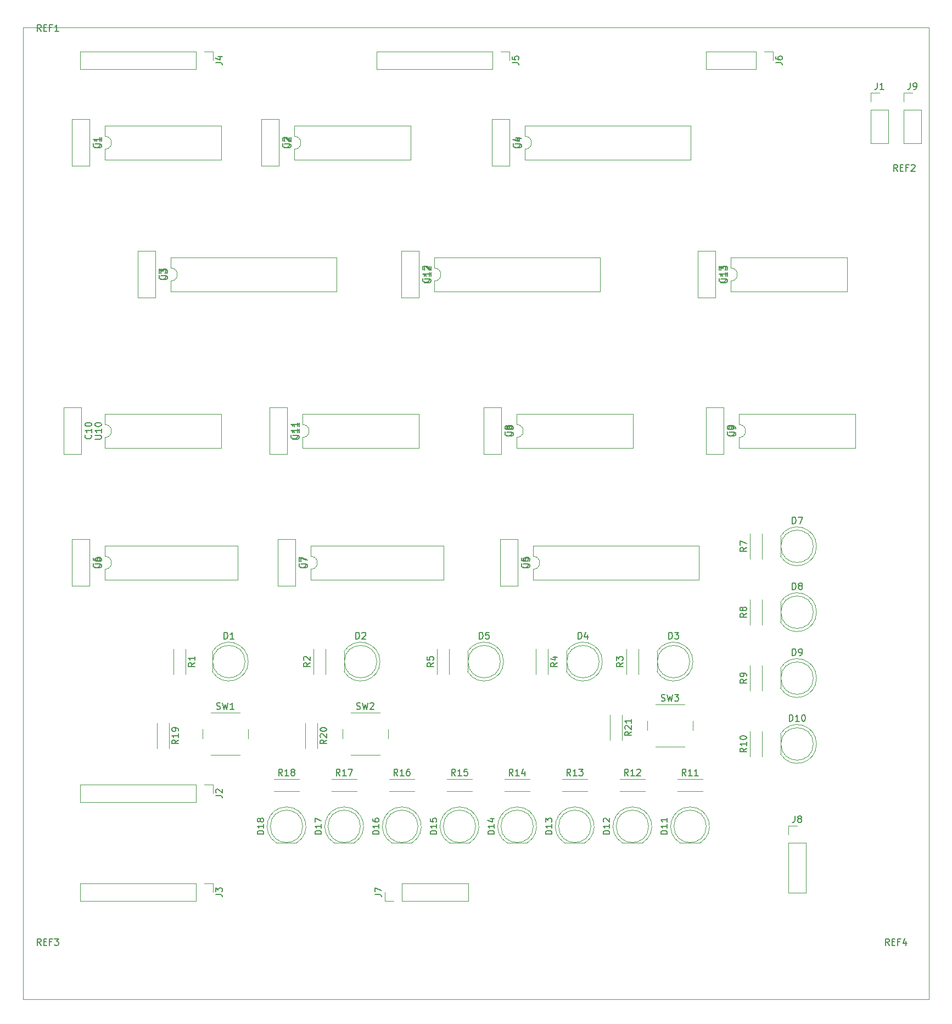
<source format=gto>
%TF.GenerationSoftware,KiCad,Pcbnew,5.1.6-c6e7f7d~87~ubuntu16.04.1*%
%TF.CreationDate,2020-11-27T02:48:22-05:00*%
%TF.ProjectId,riscyalu,72697363-7961-46c7-952e-6b696361645f,rev?*%
%TF.SameCoordinates,Original*%
%TF.FileFunction,Legend,Top*%
%TF.FilePolarity,Positive*%
%FSLAX46Y46*%
G04 Gerber Fmt 4.6, Leading zero omitted, Abs format (unit mm)*
G04 Created by KiCad (PCBNEW 5.1.6-c6e7f7d~87~ubuntu16.04.1) date 2020-11-27 02:48:22*
%MOMM*%
%LPD*%
G01*
G04 APERTURE LIST*
%TA.AperFunction,Profile*%
%ADD10C,0.100000*%
%TD*%
%ADD11C,0.120000*%
%ADD12C,0.150000*%
G04 APERTURE END LIST*
D10*
X149860000Y-10160000D02*
X149860000Y-160020000D01*
X10160000Y-10160000D02*
X149860000Y-10160000D01*
X10160000Y-160020000D02*
X10160000Y-10160000D01*
X149860000Y-160020000D02*
X10160000Y-160020000D01*
D11*
%TO.C,SW3*%
X107680000Y-121070000D02*
X112180000Y-121070000D01*
X106430000Y-117070000D02*
X106430000Y-118570000D01*
X112180000Y-114570000D02*
X107680000Y-114570000D01*
X113430000Y-118570000D02*
X113430000Y-117070000D01*
%TO.C,SW2*%
X60690000Y-122340000D02*
X65190000Y-122340000D01*
X59440000Y-118340000D02*
X59440000Y-119840000D01*
X65190000Y-115840000D02*
X60690000Y-115840000D01*
X66440000Y-119840000D02*
X66440000Y-118340000D01*
%TO.C,SW1*%
X39100000Y-122340000D02*
X43600000Y-122340000D01*
X37850000Y-118340000D02*
X37850000Y-119840000D01*
X43600000Y-115840000D02*
X39100000Y-115840000D01*
X44850000Y-119840000D02*
X44850000Y-118340000D01*
%TO.C,R21*%
X102520000Y-116190000D02*
X102520000Y-120030000D01*
X100680000Y-116190000D02*
X100680000Y-120030000D01*
%TO.C,R20*%
X55530000Y-117460000D02*
X55530000Y-121300000D01*
X53690000Y-117460000D02*
X53690000Y-121300000D01*
%TO.C,R19*%
X32670000Y-117460000D02*
X32670000Y-121300000D01*
X30830000Y-117460000D02*
X30830000Y-121300000D01*
%TO.C,J9*%
X145990000Y-20260000D02*
X147320000Y-20260000D01*
X145990000Y-21590000D02*
X145990000Y-20260000D01*
X145990000Y-22860000D02*
X148650000Y-22860000D01*
X148650000Y-22860000D02*
X148650000Y-28000000D01*
X145990000Y-22860000D02*
X145990000Y-28000000D01*
X145990000Y-28000000D02*
X148650000Y-28000000D01*
%TO.C,R18*%
X48880000Y-126080000D02*
X52720000Y-126080000D01*
X48880000Y-127920000D02*
X52720000Y-127920000D01*
%TO.C,R17*%
X57770000Y-126080000D02*
X61610000Y-126080000D01*
X57770000Y-127920000D02*
X61610000Y-127920000D01*
%TO.C,R16*%
X66660000Y-126080000D02*
X70500000Y-126080000D01*
X66660000Y-127920000D02*
X70500000Y-127920000D01*
%TO.C,R15*%
X75550000Y-126080000D02*
X79390000Y-126080000D01*
X75550000Y-127920000D02*
X79390000Y-127920000D01*
%TO.C,R14*%
X84440000Y-126080000D02*
X88280000Y-126080000D01*
X84440000Y-127920000D02*
X88280000Y-127920000D01*
%TO.C,R13*%
X93330000Y-126080000D02*
X97170000Y-126080000D01*
X93330000Y-127920000D02*
X97170000Y-127920000D01*
%TO.C,R12*%
X102220000Y-126080000D02*
X106060000Y-126080000D01*
X102220000Y-127920000D02*
X106060000Y-127920000D01*
%TO.C,R11*%
X111110000Y-126080000D02*
X114950000Y-126080000D01*
X111110000Y-127920000D02*
X114950000Y-127920000D01*
%TO.C,D18*%
X53300000Y-133350000D02*
G75*
G03*
X53300000Y-133350000I-2500000J0D01*
G01*
X49255000Y-135910000D02*
X52345000Y-135910000D01*
X50799538Y-130360000D02*
G75*
G02*
X52344830Y-135910000I462J-2990000D01*
G01*
X50800462Y-130360000D02*
G75*
G03*
X49255170Y-135910000I-462J-2990000D01*
G01*
%TO.C,D17*%
X62190000Y-133350000D02*
G75*
G03*
X62190000Y-133350000I-2500000J0D01*
G01*
X58145000Y-135910000D02*
X61235000Y-135910000D01*
X59689538Y-130360000D02*
G75*
G02*
X61234830Y-135910000I462J-2990000D01*
G01*
X59690462Y-130360000D02*
G75*
G03*
X58145170Y-135910000I-462J-2990000D01*
G01*
%TO.C,D16*%
X71080000Y-133350000D02*
G75*
G03*
X71080000Y-133350000I-2500000J0D01*
G01*
X67035000Y-135910000D02*
X70125000Y-135910000D01*
X68579538Y-130360000D02*
G75*
G02*
X70124830Y-135910000I462J-2990000D01*
G01*
X68580462Y-130360000D02*
G75*
G03*
X67035170Y-135910000I-462J-2990000D01*
G01*
%TO.C,D15*%
X79970000Y-133350000D02*
G75*
G03*
X79970000Y-133350000I-2500000J0D01*
G01*
X75925000Y-135910000D02*
X79015000Y-135910000D01*
X77469538Y-130360000D02*
G75*
G02*
X79014830Y-135910000I462J-2990000D01*
G01*
X77470462Y-130360000D02*
G75*
G03*
X75925170Y-135910000I-462J-2990000D01*
G01*
%TO.C,D14*%
X88860000Y-133350000D02*
G75*
G03*
X88860000Y-133350000I-2500000J0D01*
G01*
X84815000Y-135910000D02*
X87905000Y-135910000D01*
X86359538Y-130360000D02*
G75*
G02*
X87904830Y-135910000I462J-2990000D01*
G01*
X86360462Y-130360000D02*
G75*
G03*
X84815170Y-135910000I-462J-2990000D01*
G01*
%TO.C,D13*%
X97750000Y-133350000D02*
G75*
G03*
X97750000Y-133350000I-2500000J0D01*
G01*
X93705000Y-135910000D02*
X96795000Y-135910000D01*
X95249538Y-130360000D02*
G75*
G02*
X96794830Y-135910000I462J-2990000D01*
G01*
X95250462Y-130360000D02*
G75*
G03*
X93705170Y-135910000I-462J-2990000D01*
G01*
%TO.C,D12*%
X106640000Y-133350000D02*
G75*
G03*
X106640000Y-133350000I-2500000J0D01*
G01*
X102595000Y-135910000D02*
X105685000Y-135910000D01*
X104139538Y-130360000D02*
G75*
G02*
X105684830Y-135910000I462J-2990000D01*
G01*
X104140462Y-130360000D02*
G75*
G03*
X102595170Y-135910000I-462J-2990000D01*
G01*
%TO.C,D11*%
X115530000Y-133350000D02*
G75*
G03*
X115530000Y-133350000I-2500000J0D01*
G01*
X111485000Y-135910000D02*
X114575000Y-135910000D01*
X113029538Y-130360000D02*
G75*
G02*
X114574830Y-135910000I462J-2990000D01*
G01*
X113030462Y-130360000D02*
G75*
G03*
X111485170Y-135910000I-462J-2990000D01*
G01*
%TO.C,U13*%
X119320000Y-49260000D02*
X119320000Y-50910000D01*
X119320000Y-50910000D02*
X137220000Y-50910000D01*
X137220000Y-50910000D02*
X137220000Y-45610000D01*
X137220000Y-45610000D02*
X119320000Y-45610000D01*
X119320000Y-45610000D02*
X119320000Y-47260000D01*
X119320000Y-47260000D02*
G75*
G02*
X119320000Y-49260000I0J-1000000D01*
G01*
%TO.C,U12*%
X73600000Y-49260000D02*
X73600000Y-50910000D01*
X73600000Y-50910000D02*
X99120000Y-50910000D01*
X99120000Y-50910000D02*
X99120000Y-45610000D01*
X99120000Y-45610000D02*
X73600000Y-45610000D01*
X73600000Y-45610000D02*
X73600000Y-47260000D01*
X73600000Y-47260000D02*
G75*
G02*
X73600000Y-49260000I0J-1000000D01*
G01*
%TO.C,U11*%
X53280000Y-73390000D02*
X53280000Y-75040000D01*
X53280000Y-75040000D02*
X71180000Y-75040000D01*
X71180000Y-75040000D02*
X71180000Y-69740000D01*
X71180000Y-69740000D02*
X53280000Y-69740000D01*
X53280000Y-69740000D02*
X53280000Y-71390000D01*
X53280000Y-71390000D02*
G75*
G02*
X53280000Y-73390000I0J-1000000D01*
G01*
%TO.C,U10*%
X22800000Y-73390000D02*
X22800000Y-75040000D01*
X22800000Y-75040000D02*
X40700000Y-75040000D01*
X40700000Y-75040000D02*
X40700000Y-69740000D01*
X40700000Y-69740000D02*
X22800000Y-69740000D01*
X22800000Y-69740000D02*
X22800000Y-71390000D01*
X22800000Y-71390000D02*
G75*
G02*
X22800000Y-73390000I0J-1000000D01*
G01*
%TO.C,U9*%
X120590000Y-73390000D02*
X120590000Y-75040000D01*
X120590000Y-75040000D02*
X138490000Y-75040000D01*
X138490000Y-75040000D02*
X138490000Y-69740000D01*
X138490000Y-69740000D02*
X120590000Y-69740000D01*
X120590000Y-69740000D02*
X120590000Y-71390000D01*
X120590000Y-71390000D02*
G75*
G02*
X120590000Y-73390000I0J-1000000D01*
G01*
%TO.C,U8*%
X86300000Y-73390000D02*
X86300000Y-75040000D01*
X86300000Y-75040000D02*
X104200000Y-75040000D01*
X104200000Y-75040000D02*
X104200000Y-69740000D01*
X104200000Y-69740000D02*
X86300000Y-69740000D01*
X86300000Y-69740000D02*
X86300000Y-71390000D01*
X86300000Y-71390000D02*
G75*
G02*
X86300000Y-73390000I0J-1000000D01*
G01*
%TO.C,U7*%
X54550000Y-93710000D02*
X54550000Y-95360000D01*
X54550000Y-95360000D02*
X74990000Y-95360000D01*
X74990000Y-95360000D02*
X74990000Y-90060000D01*
X74990000Y-90060000D02*
X54550000Y-90060000D01*
X54550000Y-90060000D02*
X54550000Y-91710000D01*
X54550000Y-91710000D02*
G75*
G02*
X54550000Y-93710000I0J-1000000D01*
G01*
%TO.C,U6*%
X22800000Y-93710000D02*
X22800000Y-95360000D01*
X22800000Y-95360000D02*
X43240000Y-95360000D01*
X43240000Y-95360000D02*
X43240000Y-90060000D01*
X43240000Y-90060000D02*
X22800000Y-90060000D01*
X22800000Y-90060000D02*
X22800000Y-91710000D01*
X22800000Y-91710000D02*
G75*
G02*
X22800000Y-93710000I0J-1000000D01*
G01*
%TO.C,U5*%
X88840000Y-93710000D02*
X88840000Y-95360000D01*
X88840000Y-95360000D02*
X114360000Y-95360000D01*
X114360000Y-95360000D02*
X114360000Y-90060000D01*
X114360000Y-90060000D02*
X88840000Y-90060000D01*
X88840000Y-90060000D02*
X88840000Y-91710000D01*
X88840000Y-91710000D02*
G75*
G02*
X88840000Y-93710000I0J-1000000D01*
G01*
%TO.C,U4*%
X87570000Y-28940000D02*
X87570000Y-30590000D01*
X87570000Y-30590000D02*
X113090000Y-30590000D01*
X113090000Y-30590000D02*
X113090000Y-25290000D01*
X113090000Y-25290000D02*
X87570000Y-25290000D01*
X87570000Y-25290000D02*
X87570000Y-26940000D01*
X87570000Y-26940000D02*
G75*
G02*
X87570000Y-28940000I0J-1000000D01*
G01*
%TO.C,U3*%
X32960000Y-49260000D02*
X32960000Y-50910000D01*
X32960000Y-50910000D02*
X58480000Y-50910000D01*
X58480000Y-50910000D02*
X58480000Y-45610000D01*
X58480000Y-45610000D02*
X32960000Y-45610000D01*
X32960000Y-45610000D02*
X32960000Y-47260000D01*
X32960000Y-47260000D02*
G75*
G02*
X32960000Y-49260000I0J-1000000D01*
G01*
%TO.C,U2*%
X52010000Y-28940000D02*
X52010000Y-30590000D01*
X52010000Y-30590000D02*
X69910000Y-30590000D01*
X69910000Y-30590000D02*
X69910000Y-25290000D01*
X69910000Y-25290000D02*
X52010000Y-25290000D01*
X52010000Y-25290000D02*
X52010000Y-26940000D01*
X52010000Y-26940000D02*
G75*
G02*
X52010000Y-28940000I0J-1000000D01*
G01*
%TO.C,U1*%
X22800000Y-28940000D02*
X22800000Y-30590000D01*
X22800000Y-30590000D02*
X40700000Y-30590000D01*
X40700000Y-30590000D02*
X40700000Y-25290000D01*
X40700000Y-25290000D02*
X22800000Y-25290000D01*
X22800000Y-25290000D02*
X22800000Y-26940000D01*
X22800000Y-26940000D02*
G75*
G02*
X22800000Y-28940000I0J-1000000D01*
G01*
%TO.C,R10*%
X122270000Y-122570000D02*
X122270000Y-118730000D01*
X124110000Y-122570000D02*
X124110000Y-118730000D01*
%TO.C,R9*%
X122270000Y-112410000D02*
X122270000Y-108570000D01*
X124110000Y-112410000D02*
X124110000Y-108570000D01*
%TO.C,R8*%
X122270000Y-102250000D02*
X122270000Y-98410000D01*
X124110000Y-102250000D02*
X124110000Y-98410000D01*
%TO.C,R7*%
X122270000Y-92090000D02*
X122270000Y-88250000D01*
X124110000Y-92090000D02*
X124110000Y-88250000D01*
%TO.C,R5*%
X74010000Y-109870000D02*
X74010000Y-106030000D01*
X75850000Y-109870000D02*
X75850000Y-106030000D01*
%TO.C,R4*%
X91090000Y-106030000D02*
X91090000Y-109870000D01*
X89250000Y-106030000D02*
X89250000Y-109870000D01*
%TO.C,R3*%
X103220000Y-109870000D02*
X103220000Y-106030000D01*
X105060000Y-109870000D02*
X105060000Y-106030000D01*
%TO.C,R2*%
X54960000Y-109870000D02*
X54960000Y-106030000D01*
X56800000Y-109870000D02*
X56800000Y-106030000D01*
%TO.C,R1*%
X35210000Y-106030000D02*
X35210000Y-109870000D01*
X33370000Y-106030000D02*
X33370000Y-109870000D01*
%TO.C,J8*%
X128210000Y-143570000D02*
X130870000Y-143570000D01*
X128210000Y-135890000D02*
X128210000Y-143570000D01*
X130870000Y-135890000D02*
X130870000Y-143570000D01*
X128210000Y-135890000D02*
X130870000Y-135890000D01*
X128210000Y-134620000D02*
X128210000Y-133290000D01*
X128210000Y-133290000D02*
X129540000Y-133290000D01*
%TO.C,J7*%
X78800000Y-144840000D02*
X78800000Y-142180000D01*
X68580000Y-144840000D02*
X78800000Y-144840000D01*
X68580000Y-142180000D02*
X78800000Y-142180000D01*
X68580000Y-144840000D02*
X68580000Y-142180000D01*
X67310000Y-144840000D02*
X65980000Y-144840000D01*
X65980000Y-144840000D02*
X65980000Y-143510000D01*
%TO.C,J6*%
X115510000Y-13910000D02*
X115510000Y-16570000D01*
X123190000Y-13910000D02*
X115510000Y-13910000D01*
X123190000Y-16570000D02*
X115510000Y-16570000D01*
X123190000Y-13910000D02*
X123190000Y-16570000D01*
X124460000Y-13910000D02*
X125790000Y-13910000D01*
X125790000Y-13910000D02*
X125790000Y-15240000D01*
%TO.C,J5*%
X64710000Y-13910000D02*
X64710000Y-16570000D01*
X82550000Y-13910000D02*
X64710000Y-13910000D01*
X82550000Y-16570000D02*
X64710000Y-16570000D01*
X82550000Y-13910000D02*
X82550000Y-16570000D01*
X83820000Y-13910000D02*
X85150000Y-13910000D01*
X85150000Y-13910000D02*
X85150000Y-15240000D01*
%TO.C,J4*%
X18990000Y-13910000D02*
X18990000Y-16570000D01*
X36830000Y-13910000D02*
X18990000Y-13910000D01*
X36830000Y-16570000D02*
X18990000Y-16570000D01*
X36830000Y-13910000D02*
X36830000Y-16570000D01*
X38100000Y-13910000D02*
X39430000Y-13910000D01*
X39430000Y-13910000D02*
X39430000Y-15240000D01*
%TO.C,J3*%
X18990000Y-142180000D02*
X18990000Y-144840000D01*
X36830000Y-142180000D02*
X18990000Y-142180000D01*
X36830000Y-144840000D02*
X18990000Y-144840000D01*
X36830000Y-142180000D02*
X36830000Y-144840000D01*
X38100000Y-142180000D02*
X39430000Y-142180000D01*
X39430000Y-142180000D02*
X39430000Y-143510000D01*
%TO.C,J2*%
X18990000Y-126940000D02*
X18990000Y-129600000D01*
X36830000Y-126940000D02*
X18990000Y-126940000D01*
X36830000Y-129600000D02*
X18990000Y-129600000D01*
X36830000Y-126940000D02*
X36830000Y-129600000D01*
X38100000Y-126940000D02*
X39430000Y-126940000D01*
X39430000Y-126940000D02*
X39430000Y-128270000D01*
%TO.C,J1*%
X140910000Y-28000000D02*
X143570000Y-28000000D01*
X140910000Y-22860000D02*
X140910000Y-28000000D01*
X143570000Y-22860000D02*
X143570000Y-28000000D01*
X140910000Y-22860000D02*
X143570000Y-22860000D01*
X140910000Y-21590000D02*
X140910000Y-20260000D01*
X140910000Y-20260000D02*
X142240000Y-20260000D01*
%TO.C,D10*%
X132040000Y-120650000D02*
G75*
G03*
X132040000Y-120650000I-2500000J0D01*
G01*
X126980000Y-119105000D02*
X126980000Y-122195000D01*
X132530000Y-120649538D02*
G75*
G02*
X126980000Y-122194830I-2990000J-462D01*
G01*
X132530000Y-120650462D02*
G75*
G03*
X126980000Y-119105170I-2990000J462D01*
G01*
%TO.C,D9*%
X132040000Y-110490000D02*
G75*
G03*
X132040000Y-110490000I-2500000J0D01*
G01*
X126980000Y-108945000D02*
X126980000Y-112035000D01*
X132530000Y-110489538D02*
G75*
G02*
X126980000Y-112034830I-2990000J-462D01*
G01*
X132530000Y-110490462D02*
G75*
G03*
X126980000Y-108945170I-2990000J462D01*
G01*
%TO.C,D8*%
X132040000Y-100330000D02*
G75*
G03*
X132040000Y-100330000I-2500000J0D01*
G01*
X126980000Y-98785000D02*
X126980000Y-101875000D01*
X132530000Y-100329538D02*
G75*
G02*
X126980000Y-101874830I-2990000J-462D01*
G01*
X132530000Y-100330462D02*
G75*
G03*
X126980000Y-98785170I-2990000J462D01*
G01*
%TO.C,D7*%
X132040000Y-90170000D02*
G75*
G03*
X132040000Y-90170000I-2500000J0D01*
G01*
X126980000Y-88625000D02*
X126980000Y-91715000D01*
X132530000Y-90169538D02*
G75*
G02*
X126980000Y-91714830I-2990000J-462D01*
G01*
X132530000Y-90170462D02*
G75*
G03*
X126980000Y-88625170I-2990000J462D01*
G01*
%TO.C,D5*%
X83780000Y-107950000D02*
G75*
G03*
X83780000Y-107950000I-2500000J0D01*
G01*
X78720000Y-106405000D02*
X78720000Y-109495000D01*
X84270000Y-107949538D02*
G75*
G02*
X78720000Y-109494830I-2990000J-462D01*
G01*
X84270000Y-107950462D02*
G75*
G03*
X78720000Y-106405170I-2990000J462D01*
G01*
%TO.C,D4*%
X99020000Y-107950000D02*
G75*
G03*
X99020000Y-107950000I-2500000J0D01*
G01*
X93960000Y-106405000D02*
X93960000Y-109495000D01*
X99510000Y-107949538D02*
G75*
G02*
X93960000Y-109494830I-2990000J-462D01*
G01*
X99510000Y-107950462D02*
G75*
G03*
X93960000Y-106405170I-2990000J462D01*
G01*
%TO.C,D3*%
X112990000Y-107950000D02*
G75*
G03*
X112990000Y-107950000I-2500000J0D01*
G01*
X107930000Y-106405000D02*
X107930000Y-109495000D01*
X113480000Y-107949538D02*
G75*
G02*
X107930000Y-109494830I-2990000J-462D01*
G01*
X113480000Y-107950462D02*
G75*
G03*
X107930000Y-106405170I-2990000J462D01*
G01*
%TO.C,D2*%
X64730000Y-107950000D02*
G75*
G03*
X64730000Y-107950000I-2500000J0D01*
G01*
X59670000Y-106405000D02*
X59670000Y-109495000D01*
X65220000Y-107949538D02*
G75*
G02*
X59670000Y-109494830I-2990000J-462D01*
G01*
X65220000Y-107950462D02*
G75*
G03*
X59670000Y-106405170I-2990000J462D01*
G01*
%TO.C,D1*%
X44410000Y-107950000D02*
G75*
G03*
X44410000Y-107950000I-2500000J0D01*
G01*
X39350000Y-106405000D02*
X39350000Y-109495000D01*
X44900000Y-107949538D02*
G75*
G02*
X39350000Y-109494830I-2990000J-462D01*
G01*
X44900000Y-107950462D02*
G75*
G03*
X39350000Y-106405170I-2990000J462D01*
G01*
%TO.C,C13*%
X116940000Y-44600000D02*
X116940000Y-51840000D01*
X114200000Y-44600000D02*
X114200000Y-51840000D01*
X116940000Y-44600000D02*
X114200000Y-44600000D01*
X116940000Y-51840000D02*
X114200000Y-51840000D01*
%TO.C,C12*%
X71220000Y-44600000D02*
X71220000Y-51840000D01*
X68480000Y-44600000D02*
X68480000Y-51840000D01*
X71220000Y-44600000D02*
X68480000Y-44600000D01*
X71220000Y-51840000D02*
X68480000Y-51840000D01*
%TO.C,C11*%
X50900000Y-68730000D02*
X50900000Y-75970000D01*
X48160000Y-68730000D02*
X48160000Y-75970000D01*
X50900000Y-68730000D02*
X48160000Y-68730000D01*
X50900000Y-75970000D02*
X48160000Y-75970000D01*
%TO.C,C10*%
X19150000Y-68730000D02*
X19150000Y-75970000D01*
X16410000Y-68730000D02*
X16410000Y-75970000D01*
X19150000Y-68730000D02*
X16410000Y-68730000D01*
X19150000Y-75970000D02*
X16410000Y-75970000D01*
%TO.C,C9*%
X118210000Y-68730000D02*
X118210000Y-75970000D01*
X115470000Y-68730000D02*
X115470000Y-75970000D01*
X118210000Y-68730000D02*
X115470000Y-68730000D01*
X118210000Y-75970000D02*
X115470000Y-75970000D01*
%TO.C,C8*%
X83920000Y-68730000D02*
X83920000Y-75970000D01*
X81180000Y-68730000D02*
X81180000Y-75970000D01*
X83920000Y-68730000D02*
X81180000Y-68730000D01*
X83920000Y-75970000D02*
X81180000Y-75970000D01*
%TO.C,C7*%
X52170000Y-89050000D02*
X52170000Y-96290000D01*
X49430000Y-89050000D02*
X49430000Y-96290000D01*
X52170000Y-89050000D02*
X49430000Y-89050000D01*
X52170000Y-96290000D02*
X49430000Y-96290000D01*
%TO.C,C6*%
X20420000Y-89050000D02*
X20420000Y-96290000D01*
X17680000Y-89050000D02*
X17680000Y-96290000D01*
X20420000Y-89050000D02*
X17680000Y-89050000D01*
X20420000Y-96290000D02*
X17680000Y-96290000D01*
%TO.C,C5*%
X86460000Y-89050000D02*
X86460000Y-96290000D01*
X83720000Y-89050000D02*
X83720000Y-96290000D01*
X86460000Y-89050000D02*
X83720000Y-89050000D01*
X86460000Y-96290000D02*
X83720000Y-96290000D01*
%TO.C,C4*%
X85190000Y-24280000D02*
X85190000Y-31520000D01*
X82450000Y-24280000D02*
X82450000Y-31520000D01*
X85190000Y-24280000D02*
X82450000Y-24280000D01*
X85190000Y-31520000D02*
X82450000Y-31520000D01*
%TO.C,C3*%
X30580000Y-44600000D02*
X30580000Y-51840000D01*
X27840000Y-44600000D02*
X27840000Y-51840000D01*
X30580000Y-44600000D02*
X27840000Y-44600000D01*
X30580000Y-51840000D02*
X27840000Y-51840000D01*
%TO.C,C2*%
X49630000Y-24280000D02*
X49630000Y-31520000D01*
X46890000Y-24280000D02*
X46890000Y-31520000D01*
X49630000Y-24280000D02*
X46890000Y-24280000D01*
X49630000Y-31520000D02*
X46890000Y-31520000D01*
%TO.C,C1*%
X20420000Y-24280000D02*
X20420000Y-31520000D01*
X17680000Y-24280000D02*
X17680000Y-31520000D01*
X20420000Y-24280000D02*
X17680000Y-24280000D01*
X20420000Y-31520000D02*
X17680000Y-31520000D01*
%TD*%
%TO.C,REF3*%
D12*
X12922380Y-151692380D02*
X12589047Y-151216190D01*
X12350952Y-151692380D02*
X12350952Y-150692380D01*
X12731904Y-150692380D01*
X12827142Y-150740000D01*
X12874761Y-150787619D01*
X12922380Y-150882857D01*
X12922380Y-151025714D01*
X12874761Y-151120952D01*
X12827142Y-151168571D01*
X12731904Y-151216190D01*
X12350952Y-151216190D01*
X13350952Y-151168571D02*
X13684285Y-151168571D01*
X13827142Y-151692380D02*
X13350952Y-151692380D01*
X13350952Y-150692380D01*
X13827142Y-150692380D01*
X14589047Y-151168571D02*
X14255714Y-151168571D01*
X14255714Y-151692380D02*
X14255714Y-150692380D01*
X14731904Y-150692380D01*
X15017619Y-150692380D02*
X15636666Y-150692380D01*
X15303333Y-151073333D01*
X15446190Y-151073333D01*
X15541428Y-151120952D01*
X15589047Y-151168571D01*
X15636666Y-151263809D01*
X15636666Y-151501904D01*
X15589047Y-151597142D01*
X15541428Y-151644761D01*
X15446190Y-151692380D01*
X15160476Y-151692380D01*
X15065238Y-151644761D01*
X15017619Y-151597142D01*
%TO.C,REF4*%
X143732380Y-151692380D02*
X143399047Y-151216190D01*
X143160952Y-151692380D02*
X143160952Y-150692380D01*
X143541904Y-150692380D01*
X143637142Y-150740000D01*
X143684761Y-150787619D01*
X143732380Y-150882857D01*
X143732380Y-151025714D01*
X143684761Y-151120952D01*
X143637142Y-151168571D01*
X143541904Y-151216190D01*
X143160952Y-151216190D01*
X144160952Y-151168571D02*
X144494285Y-151168571D01*
X144637142Y-151692380D02*
X144160952Y-151692380D01*
X144160952Y-150692380D01*
X144637142Y-150692380D01*
X145399047Y-151168571D02*
X145065714Y-151168571D01*
X145065714Y-151692380D02*
X145065714Y-150692380D01*
X145541904Y-150692380D01*
X146351428Y-151025714D02*
X146351428Y-151692380D01*
X146113333Y-150644761D02*
X145875238Y-151359047D01*
X146494285Y-151359047D01*
%TO.C,REF2*%
X145002380Y-32312380D02*
X144669047Y-31836190D01*
X144430952Y-32312380D02*
X144430952Y-31312380D01*
X144811904Y-31312380D01*
X144907142Y-31360000D01*
X144954761Y-31407619D01*
X145002380Y-31502857D01*
X145002380Y-31645714D01*
X144954761Y-31740952D01*
X144907142Y-31788571D01*
X144811904Y-31836190D01*
X144430952Y-31836190D01*
X145430952Y-31788571D02*
X145764285Y-31788571D01*
X145907142Y-32312380D02*
X145430952Y-32312380D01*
X145430952Y-31312380D01*
X145907142Y-31312380D01*
X146669047Y-31788571D02*
X146335714Y-31788571D01*
X146335714Y-32312380D02*
X146335714Y-31312380D01*
X146811904Y-31312380D01*
X147145238Y-31407619D02*
X147192857Y-31360000D01*
X147288095Y-31312380D01*
X147526190Y-31312380D01*
X147621428Y-31360000D01*
X147669047Y-31407619D01*
X147716666Y-31502857D01*
X147716666Y-31598095D01*
X147669047Y-31740952D01*
X147097619Y-32312380D01*
X147716666Y-32312380D01*
%TO.C,REF1*%
X12922380Y-10722380D02*
X12589047Y-10246190D01*
X12350952Y-10722380D02*
X12350952Y-9722380D01*
X12731904Y-9722380D01*
X12827142Y-9770000D01*
X12874761Y-9817619D01*
X12922380Y-9912857D01*
X12922380Y-10055714D01*
X12874761Y-10150952D01*
X12827142Y-10198571D01*
X12731904Y-10246190D01*
X12350952Y-10246190D01*
X13350952Y-10198571D02*
X13684285Y-10198571D01*
X13827142Y-10722380D02*
X13350952Y-10722380D01*
X13350952Y-9722380D01*
X13827142Y-9722380D01*
X14589047Y-10198571D02*
X14255714Y-10198571D01*
X14255714Y-10722380D02*
X14255714Y-9722380D01*
X14731904Y-9722380D01*
X15636666Y-10722380D02*
X15065238Y-10722380D01*
X15350952Y-10722380D02*
X15350952Y-9722380D01*
X15255714Y-9865238D01*
X15160476Y-9960476D01*
X15065238Y-10008095D01*
%TO.C,SW3*%
X108596666Y-113974761D02*
X108739523Y-114022380D01*
X108977619Y-114022380D01*
X109072857Y-113974761D01*
X109120476Y-113927142D01*
X109168095Y-113831904D01*
X109168095Y-113736666D01*
X109120476Y-113641428D01*
X109072857Y-113593809D01*
X108977619Y-113546190D01*
X108787142Y-113498571D01*
X108691904Y-113450952D01*
X108644285Y-113403333D01*
X108596666Y-113308095D01*
X108596666Y-113212857D01*
X108644285Y-113117619D01*
X108691904Y-113070000D01*
X108787142Y-113022380D01*
X109025238Y-113022380D01*
X109168095Y-113070000D01*
X109501428Y-113022380D02*
X109739523Y-114022380D01*
X109930000Y-113308095D01*
X110120476Y-114022380D01*
X110358571Y-113022380D01*
X110644285Y-113022380D02*
X111263333Y-113022380D01*
X110930000Y-113403333D01*
X111072857Y-113403333D01*
X111168095Y-113450952D01*
X111215714Y-113498571D01*
X111263333Y-113593809D01*
X111263333Y-113831904D01*
X111215714Y-113927142D01*
X111168095Y-113974761D01*
X111072857Y-114022380D01*
X110787142Y-114022380D01*
X110691904Y-113974761D01*
X110644285Y-113927142D01*
%TO.C,SW2*%
X61606666Y-115244761D02*
X61749523Y-115292380D01*
X61987619Y-115292380D01*
X62082857Y-115244761D01*
X62130476Y-115197142D01*
X62178095Y-115101904D01*
X62178095Y-115006666D01*
X62130476Y-114911428D01*
X62082857Y-114863809D01*
X61987619Y-114816190D01*
X61797142Y-114768571D01*
X61701904Y-114720952D01*
X61654285Y-114673333D01*
X61606666Y-114578095D01*
X61606666Y-114482857D01*
X61654285Y-114387619D01*
X61701904Y-114340000D01*
X61797142Y-114292380D01*
X62035238Y-114292380D01*
X62178095Y-114340000D01*
X62511428Y-114292380D02*
X62749523Y-115292380D01*
X62940000Y-114578095D01*
X63130476Y-115292380D01*
X63368571Y-114292380D01*
X63701904Y-114387619D02*
X63749523Y-114340000D01*
X63844761Y-114292380D01*
X64082857Y-114292380D01*
X64178095Y-114340000D01*
X64225714Y-114387619D01*
X64273333Y-114482857D01*
X64273333Y-114578095D01*
X64225714Y-114720952D01*
X63654285Y-115292380D01*
X64273333Y-115292380D01*
%TO.C,SW1*%
X40016666Y-115244761D02*
X40159523Y-115292380D01*
X40397619Y-115292380D01*
X40492857Y-115244761D01*
X40540476Y-115197142D01*
X40588095Y-115101904D01*
X40588095Y-115006666D01*
X40540476Y-114911428D01*
X40492857Y-114863809D01*
X40397619Y-114816190D01*
X40207142Y-114768571D01*
X40111904Y-114720952D01*
X40064285Y-114673333D01*
X40016666Y-114578095D01*
X40016666Y-114482857D01*
X40064285Y-114387619D01*
X40111904Y-114340000D01*
X40207142Y-114292380D01*
X40445238Y-114292380D01*
X40588095Y-114340000D01*
X40921428Y-114292380D02*
X41159523Y-115292380D01*
X41350000Y-114578095D01*
X41540476Y-115292380D01*
X41778571Y-114292380D01*
X42683333Y-115292380D02*
X42111904Y-115292380D01*
X42397619Y-115292380D02*
X42397619Y-114292380D01*
X42302380Y-114435238D01*
X42207142Y-114530476D01*
X42111904Y-114578095D01*
%TO.C,R21*%
X103972380Y-118752857D02*
X103496190Y-119086190D01*
X103972380Y-119324285D02*
X102972380Y-119324285D01*
X102972380Y-118943333D01*
X103020000Y-118848095D01*
X103067619Y-118800476D01*
X103162857Y-118752857D01*
X103305714Y-118752857D01*
X103400952Y-118800476D01*
X103448571Y-118848095D01*
X103496190Y-118943333D01*
X103496190Y-119324285D01*
X103067619Y-118371904D02*
X103020000Y-118324285D01*
X102972380Y-118229047D01*
X102972380Y-117990952D01*
X103020000Y-117895714D01*
X103067619Y-117848095D01*
X103162857Y-117800476D01*
X103258095Y-117800476D01*
X103400952Y-117848095D01*
X103972380Y-118419523D01*
X103972380Y-117800476D01*
X103972380Y-116848095D02*
X103972380Y-117419523D01*
X103972380Y-117133809D02*
X102972380Y-117133809D01*
X103115238Y-117229047D01*
X103210476Y-117324285D01*
X103258095Y-117419523D01*
%TO.C,R20*%
X56982380Y-120022857D02*
X56506190Y-120356190D01*
X56982380Y-120594285D02*
X55982380Y-120594285D01*
X55982380Y-120213333D01*
X56030000Y-120118095D01*
X56077619Y-120070476D01*
X56172857Y-120022857D01*
X56315714Y-120022857D01*
X56410952Y-120070476D01*
X56458571Y-120118095D01*
X56506190Y-120213333D01*
X56506190Y-120594285D01*
X56077619Y-119641904D02*
X56030000Y-119594285D01*
X55982380Y-119499047D01*
X55982380Y-119260952D01*
X56030000Y-119165714D01*
X56077619Y-119118095D01*
X56172857Y-119070476D01*
X56268095Y-119070476D01*
X56410952Y-119118095D01*
X56982380Y-119689523D01*
X56982380Y-119070476D01*
X55982380Y-118451428D02*
X55982380Y-118356190D01*
X56030000Y-118260952D01*
X56077619Y-118213333D01*
X56172857Y-118165714D01*
X56363333Y-118118095D01*
X56601428Y-118118095D01*
X56791904Y-118165714D01*
X56887142Y-118213333D01*
X56934761Y-118260952D01*
X56982380Y-118356190D01*
X56982380Y-118451428D01*
X56934761Y-118546666D01*
X56887142Y-118594285D01*
X56791904Y-118641904D01*
X56601428Y-118689523D01*
X56363333Y-118689523D01*
X56172857Y-118641904D01*
X56077619Y-118594285D01*
X56030000Y-118546666D01*
X55982380Y-118451428D01*
%TO.C,R19*%
X34122380Y-120022857D02*
X33646190Y-120356190D01*
X34122380Y-120594285D02*
X33122380Y-120594285D01*
X33122380Y-120213333D01*
X33170000Y-120118095D01*
X33217619Y-120070476D01*
X33312857Y-120022857D01*
X33455714Y-120022857D01*
X33550952Y-120070476D01*
X33598571Y-120118095D01*
X33646190Y-120213333D01*
X33646190Y-120594285D01*
X34122380Y-119070476D02*
X34122380Y-119641904D01*
X34122380Y-119356190D02*
X33122380Y-119356190D01*
X33265238Y-119451428D01*
X33360476Y-119546666D01*
X33408095Y-119641904D01*
X34122380Y-118594285D02*
X34122380Y-118403809D01*
X34074761Y-118308571D01*
X34027142Y-118260952D01*
X33884285Y-118165714D01*
X33693809Y-118118095D01*
X33312857Y-118118095D01*
X33217619Y-118165714D01*
X33170000Y-118213333D01*
X33122380Y-118308571D01*
X33122380Y-118499047D01*
X33170000Y-118594285D01*
X33217619Y-118641904D01*
X33312857Y-118689523D01*
X33550952Y-118689523D01*
X33646190Y-118641904D01*
X33693809Y-118594285D01*
X33741428Y-118499047D01*
X33741428Y-118308571D01*
X33693809Y-118213333D01*
X33646190Y-118165714D01*
X33550952Y-118118095D01*
%TO.C,J9*%
X146986666Y-18712380D02*
X146986666Y-19426666D01*
X146939047Y-19569523D01*
X146843809Y-19664761D01*
X146700952Y-19712380D01*
X146605714Y-19712380D01*
X147510476Y-19712380D02*
X147700952Y-19712380D01*
X147796190Y-19664761D01*
X147843809Y-19617142D01*
X147939047Y-19474285D01*
X147986666Y-19283809D01*
X147986666Y-18902857D01*
X147939047Y-18807619D01*
X147891428Y-18760000D01*
X147796190Y-18712380D01*
X147605714Y-18712380D01*
X147510476Y-18760000D01*
X147462857Y-18807619D01*
X147415238Y-18902857D01*
X147415238Y-19140952D01*
X147462857Y-19236190D01*
X147510476Y-19283809D01*
X147605714Y-19331428D01*
X147796190Y-19331428D01*
X147891428Y-19283809D01*
X147939047Y-19236190D01*
X147986666Y-19140952D01*
%TO.C,R18*%
X50157142Y-125532380D02*
X49823809Y-125056190D01*
X49585714Y-125532380D02*
X49585714Y-124532380D01*
X49966666Y-124532380D01*
X50061904Y-124580000D01*
X50109523Y-124627619D01*
X50157142Y-124722857D01*
X50157142Y-124865714D01*
X50109523Y-124960952D01*
X50061904Y-125008571D01*
X49966666Y-125056190D01*
X49585714Y-125056190D01*
X51109523Y-125532380D02*
X50538095Y-125532380D01*
X50823809Y-125532380D02*
X50823809Y-124532380D01*
X50728571Y-124675238D01*
X50633333Y-124770476D01*
X50538095Y-124818095D01*
X51680952Y-124960952D02*
X51585714Y-124913333D01*
X51538095Y-124865714D01*
X51490476Y-124770476D01*
X51490476Y-124722857D01*
X51538095Y-124627619D01*
X51585714Y-124580000D01*
X51680952Y-124532380D01*
X51871428Y-124532380D01*
X51966666Y-124580000D01*
X52014285Y-124627619D01*
X52061904Y-124722857D01*
X52061904Y-124770476D01*
X52014285Y-124865714D01*
X51966666Y-124913333D01*
X51871428Y-124960952D01*
X51680952Y-124960952D01*
X51585714Y-125008571D01*
X51538095Y-125056190D01*
X51490476Y-125151428D01*
X51490476Y-125341904D01*
X51538095Y-125437142D01*
X51585714Y-125484761D01*
X51680952Y-125532380D01*
X51871428Y-125532380D01*
X51966666Y-125484761D01*
X52014285Y-125437142D01*
X52061904Y-125341904D01*
X52061904Y-125151428D01*
X52014285Y-125056190D01*
X51966666Y-125008571D01*
X51871428Y-124960952D01*
%TO.C,R17*%
X59047142Y-125532380D02*
X58713809Y-125056190D01*
X58475714Y-125532380D02*
X58475714Y-124532380D01*
X58856666Y-124532380D01*
X58951904Y-124580000D01*
X58999523Y-124627619D01*
X59047142Y-124722857D01*
X59047142Y-124865714D01*
X58999523Y-124960952D01*
X58951904Y-125008571D01*
X58856666Y-125056190D01*
X58475714Y-125056190D01*
X59999523Y-125532380D02*
X59428095Y-125532380D01*
X59713809Y-125532380D02*
X59713809Y-124532380D01*
X59618571Y-124675238D01*
X59523333Y-124770476D01*
X59428095Y-124818095D01*
X60332857Y-124532380D02*
X60999523Y-124532380D01*
X60570952Y-125532380D01*
%TO.C,R16*%
X67937142Y-125532380D02*
X67603809Y-125056190D01*
X67365714Y-125532380D02*
X67365714Y-124532380D01*
X67746666Y-124532380D01*
X67841904Y-124580000D01*
X67889523Y-124627619D01*
X67937142Y-124722857D01*
X67937142Y-124865714D01*
X67889523Y-124960952D01*
X67841904Y-125008571D01*
X67746666Y-125056190D01*
X67365714Y-125056190D01*
X68889523Y-125532380D02*
X68318095Y-125532380D01*
X68603809Y-125532380D02*
X68603809Y-124532380D01*
X68508571Y-124675238D01*
X68413333Y-124770476D01*
X68318095Y-124818095D01*
X69746666Y-124532380D02*
X69556190Y-124532380D01*
X69460952Y-124580000D01*
X69413333Y-124627619D01*
X69318095Y-124770476D01*
X69270476Y-124960952D01*
X69270476Y-125341904D01*
X69318095Y-125437142D01*
X69365714Y-125484761D01*
X69460952Y-125532380D01*
X69651428Y-125532380D01*
X69746666Y-125484761D01*
X69794285Y-125437142D01*
X69841904Y-125341904D01*
X69841904Y-125103809D01*
X69794285Y-125008571D01*
X69746666Y-124960952D01*
X69651428Y-124913333D01*
X69460952Y-124913333D01*
X69365714Y-124960952D01*
X69318095Y-125008571D01*
X69270476Y-125103809D01*
%TO.C,R15*%
X76827142Y-125532380D02*
X76493809Y-125056190D01*
X76255714Y-125532380D02*
X76255714Y-124532380D01*
X76636666Y-124532380D01*
X76731904Y-124580000D01*
X76779523Y-124627619D01*
X76827142Y-124722857D01*
X76827142Y-124865714D01*
X76779523Y-124960952D01*
X76731904Y-125008571D01*
X76636666Y-125056190D01*
X76255714Y-125056190D01*
X77779523Y-125532380D02*
X77208095Y-125532380D01*
X77493809Y-125532380D02*
X77493809Y-124532380D01*
X77398571Y-124675238D01*
X77303333Y-124770476D01*
X77208095Y-124818095D01*
X78684285Y-124532380D02*
X78208095Y-124532380D01*
X78160476Y-125008571D01*
X78208095Y-124960952D01*
X78303333Y-124913333D01*
X78541428Y-124913333D01*
X78636666Y-124960952D01*
X78684285Y-125008571D01*
X78731904Y-125103809D01*
X78731904Y-125341904D01*
X78684285Y-125437142D01*
X78636666Y-125484761D01*
X78541428Y-125532380D01*
X78303333Y-125532380D01*
X78208095Y-125484761D01*
X78160476Y-125437142D01*
%TO.C,R14*%
X85717142Y-125532380D02*
X85383809Y-125056190D01*
X85145714Y-125532380D02*
X85145714Y-124532380D01*
X85526666Y-124532380D01*
X85621904Y-124580000D01*
X85669523Y-124627619D01*
X85717142Y-124722857D01*
X85717142Y-124865714D01*
X85669523Y-124960952D01*
X85621904Y-125008571D01*
X85526666Y-125056190D01*
X85145714Y-125056190D01*
X86669523Y-125532380D02*
X86098095Y-125532380D01*
X86383809Y-125532380D02*
X86383809Y-124532380D01*
X86288571Y-124675238D01*
X86193333Y-124770476D01*
X86098095Y-124818095D01*
X87526666Y-124865714D02*
X87526666Y-125532380D01*
X87288571Y-124484761D02*
X87050476Y-125199047D01*
X87669523Y-125199047D01*
%TO.C,R13*%
X94607142Y-125532380D02*
X94273809Y-125056190D01*
X94035714Y-125532380D02*
X94035714Y-124532380D01*
X94416666Y-124532380D01*
X94511904Y-124580000D01*
X94559523Y-124627619D01*
X94607142Y-124722857D01*
X94607142Y-124865714D01*
X94559523Y-124960952D01*
X94511904Y-125008571D01*
X94416666Y-125056190D01*
X94035714Y-125056190D01*
X95559523Y-125532380D02*
X94988095Y-125532380D01*
X95273809Y-125532380D02*
X95273809Y-124532380D01*
X95178571Y-124675238D01*
X95083333Y-124770476D01*
X94988095Y-124818095D01*
X95892857Y-124532380D02*
X96511904Y-124532380D01*
X96178571Y-124913333D01*
X96321428Y-124913333D01*
X96416666Y-124960952D01*
X96464285Y-125008571D01*
X96511904Y-125103809D01*
X96511904Y-125341904D01*
X96464285Y-125437142D01*
X96416666Y-125484761D01*
X96321428Y-125532380D01*
X96035714Y-125532380D01*
X95940476Y-125484761D01*
X95892857Y-125437142D01*
%TO.C,R12*%
X103497142Y-125532380D02*
X103163809Y-125056190D01*
X102925714Y-125532380D02*
X102925714Y-124532380D01*
X103306666Y-124532380D01*
X103401904Y-124580000D01*
X103449523Y-124627619D01*
X103497142Y-124722857D01*
X103497142Y-124865714D01*
X103449523Y-124960952D01*
X103401904Y-125008571D01*
X103306666Y-125056190D01*
X102925714Y-125056190D01*
X104449523Y-125532380D02*
X103878095Y-125532380D01*
X104163809Y-125532380D02*
X104163809Y-124532380D01*
X104068571Y-124675238D01*
X103973333Y-124770476D01*
X103878095Y-124818095D01*
X104830476Y-124627619D02*
X104878095Y-124580000D01*
X104973333Y-124532380D01*
X105211428Y-124532380D01*
X105306666Y-124580000D01*
X105354285Y-124627619D01*
X105401904Y-124722857D01*
X105401904Y-124818095D01*
X105354285Y-124960952D01*
X104782857Y-125532380D01*
X105401904Y-125532380D01*
%TO.C,R11*%
X112387142Y-125532380D02*
X112053809Y-125056190D01*
X111815714Y-125532380D02*
X111815714Y-124532380D01*
X112196666Y-124532380D01*
X112291904Y-124580000D01*
X112339523Y-124627619D01*
X112387142Y-124722857D01*
X112387142Y-124865714D01*
X112339523Y-124960952D01*
X112291904Y-125008571D01*
X112196666Y-125056190D01*
X111815714Y-125056190D01*
X113339523Y-125532380D02*
X112768095Y-125532380D01*
X113053809Y-125532380D02*
X113053809Y-124532380D01*
X112958571Y-124675238D01*
X112863333Y-124770476D01*
X112768095Y-124818095D01*
X114291904Y-125532380D02*
X113720476Y-125532380D01*
X114006190Y-125532380D02*
X114006190Y-124532380D01*
X113910952Y-124675238D01*
X113815714Y-124770476D01*
X113720476Y-124818095D01*
%TO.C,D18*%
X47292380Y-134564285D02*
X46292380Y-134564285D01*
X46292380Y-134326190D01*
X46340000Y-134183333D01*
X46435238Y-134088095D01*
X46530476Y-134040476D01*
X46720952Y-133992857D01*
X46863809Y-133992857D01*
X47054285Y-134040476D01*
X47149523Y-134088095D01*
X47244761Y-134183333D01*
X47292380Y-134326190D01*
X47292380Y-134564285D01*
X47292380Y-133040476D02*
X47292380Y-133611904D01*
X47292380Y-133326190D02*
X46292380Y-133326190D01*
X46435238Y-133421428D01*
X46530476Y-133516666D01*
X46578095Y-133611904D01*
X46720952Y-132469047D02*
X46673333Y-132564285D01*
X46625714Y-132611904D01*
X46530476Y-132659523D01*
X46482857Y-132659523D01*
X46387619Y-132611904D01*
X46340000Y-132564285D01*
X46292380Y-132469047D01*
X46292380Y-132278571D01*
X46340000Y-132183333D01*
X46387619Y-132135714D01*
X46482857Y-132088095D01*
X46530476Y-132088095D01*
X46625714Y-132135714D01*
X46673333Y-132183333D01*
X46720952Y-132278571D01*
X46720952Y-132469047D01*
X46768571Y-132564285D01*
X46816190Y-132611904D01*
X46911428Y-132659523D01*
X47101904Y-132659523D01*
X47197142Y-132611904D01*
X47244761Y-132564285D01*
X47292380Y-132469047D01*
X47292380Y-132278571D01*
X47244761Y-132183333D01*
X47197142Y-132135714D01*
X47101904Y-132088095D01*
X46911428Y-132088095D01*
X46816190Y-132135714D01*
X46768571Y-132183333D01*
X46720952Y-132278571D01*
%TO.C,D17*%
X56182380Y-134564285D02*
X55182380Y-134564285D01*
X55182380Y-134326190D01*
X55230000Y-134183333D01*
X55325238Y-134088095D01*
X55420476Y-134040476D01*
X55610952Y-133992857D01*
X55753809Y-133992857D01*
X55944285Y-134040476D01*
X56039523Y-134088095D01*
X56134761Y-134183333D01*
X56182380Y-134326190D01*
X56182380Y-134564285D01*
X56182380Y-133040476D02*
X56182380Y-133611904D01*
X56182380Y-133326190D02*
X55182380Y-133326190D01*
X55325238Y-133421428D01*
X55420476Y-133516666D01*
X55468095Y-133611904D01*
X55182380Y-132707142D02*
X55182380Y-132040476D01*
X56182380Y-132469047D01*
%TO.C,D16*%
X65072380Y-134564285D02*
X64072380Y-134564285D01*
X64072380Y-134326190D01*
X64120000Y-134183333D01*
X64215238Y-134088095D01*
X64310476Y-134040476D01*
X64500952Y-133992857D01*
X64643809Y-133992857D01*
X64834285Y-134040476D01*
X64929523Y-134088095D01*
X65024761Y-134183333D01*
X65072380Y-134326190D01*
X65072380Y-134564285D01*
X65072380Y-133040476D02*
X65072380Y-133611904D01*
X65072380Y-133326190D02*
X64072380Y-133326190D01*
X64215238Y-133421428D01*
X64310476Y-133516666D01*
X64358095Y-133611904D01*
X64072380Y-132183333D02*
X64072380Y-132373809D01*
X64120000Y-132469047D01*
X64167619Y-132516666D01*
X64310476Y-132611904D01*
X64500952Y-132659523D01*
X64881904Y-132659523D01*
X64977142Y-132611904D01*
X65024761Y-132564285D01*
X65072380Y-132469047D01*
X65072380Y-132278571D01*
X65024761Y-132183333D01*
X64977142Y-132135714D01*
X64881904Y-132088095D01*
X64643809Y-132088095D01*
X64548571Y-132135714D01*
X64500952Y-132183333D01*
X64453333Y-132278571D01*
X64453333Y-132469047D01*
X64500952Y-132564285D01*
X64548571Y-132611904D01*
X64643809Y-132659523D01*
%TO.C,D15*%
X73962380Y-134564285D02*
X72962380Y-134564285D01*
X72962380Y-134326190D01*
X73010000Y-134183333D01*
X73105238Y-134088095D01*
X73200476Y-134040476D01*
X73390952Y-133992857D01*
X73533809Y-133992857D01*
X73724285Y-134040476D01*
X73819523Y-134088095D01*
X73914761Y-134183333D01*
X73962380Y-134326190D01*
X73962380Y-134564285D01*
X73962380Y-133040476D02*
X73962380Y-133611904D01*
X73962380Y-133326190D02*
X72962380Y-133326190D01*
X73105238Y-133421428D01*
X73200476Y-133516666D01*
X73248095Y-133611904D01*
X72962380Y-132135714D02*
X72962380Y-132611904D01*
X73438571Y-132659523D01*
X73390952Y-132611904D01*
X73343333Y-132516666D01*
X73343333Y-132278571D01*
X73390952Y-132183333D01*
X73438571Y-132135714D01*
X73533809Y-132088095D01*
X73771904Y-132088095D01*
X73867142Y-132135714D01*
X73914761Y-132183333D01*
X73962380Y-132278571D01*
X73962380Y-132516666D01*
X73914761Y-132611904D01*
X73867142Y-132659523D01*
%TO.C,D14*%
X82852380Y-134564285D02*
X81852380Y-134564285D01*
X81852380Y-134326190D01*
X81900000Y-134183333D01*
X81995238Y-134088095D01*
X82090476Y-134040476D01*
X82280952Y-133992857D01*
X82423809Y-133992857D01*
X82614285Y-134040476D01*
X82709523Y-134088095D01*
X82804761Y-134183333D01*
X82852380Y-134326190D01*
X82852380Y-134564285D01*
X82852380Y-133040476D02*
X82852380Y-133611904D01*
X82852380Y-133326190D02*
X81852380Y-133326190D01*
X81995238Y-133421428D01*
X82090476Y-133516666D01*
X82138095Y-133611904D01*
X82185714Y-132183333D02*
X82852380Y-132183333D01*
X81804761Y-132421428D02*
X82519047Y-132659523D01*
X82519047Y-132040476D01*
%TO.C,D13*%
X91742380Y-134564285D02*
X90742380Y-134564285D01*
X90742380Y-134326190D01*
X90790000Y-134183333D01*
X90885238Y-134088095D01*
X90980476Y-134040476D01*
X91170952Y-133992857D01*
X91313809Y-133992857D01*
X91504285Y-134040476D01*
X91599523Y-134088095D01*
X91694761Y-134183333D01*
X91742380Y-134326190D01*
X91742380Y-134564285D01*
X91742380Y-133040476D02*
X91742380Y-133611904D01*
X91742380Y-133326190D02*
X90742380Y-133326190D01*
X90885238Y-133421428D01*
X90980476Y-133516666D01*
X91028095Y-133611904D01*
X90742380Y-132707142D02*
X90742380Y-132088095D01*
X91123333Y-132421428D01*
X91123333Y-132278571D01*
X91170952Y-132183333D01*
X91218571Y-132135714D01*
X91313809Y-132088095D01*
X91551904Y-132088095D01*
X91647142Y-132135714D01*
X91694761Y-132183333D01*
X91742380Y-132278571D01*
X91742380Y-132564285D01*
X91694761Y-132659523D01*
X91647142Y-132707142D01*
%TO.C,D12*%
X100632380Y-134564285D02*
X99632380Y-134564285D01*
X99632380Y-134326190D01*
X99680000Y-134183333D01*
X99775238Y-134088095D01*
X99870476Y-134040476D01*
X100060952Y-133992857D01*
X100203809Y-133992857D01*
X100394285Y-134040476D01*
X100489523Y-134088095D01*
X100584761Y-134183333D01*
X100632380Y-134326190D01*
X100632380Y-134564285D01*
X100632380Y-133040476D02*
X100632380Y-133611904D01*
X100632380Y-133326190D02*
X99632380Y-133326190D01*
X99775238Y-133421428D01*
X99870476Y-133516666D01*
X99918095Y-133611904D01*
X99727619Y-132659523D02*
X99680000Y-132611904D01*
X99632380Y-132516666D01*
X99632380Y-132278571D01*
X99680000Y-132183333D01*
X99727619Y-132135714D01*
X99822857Y-132088095D01*
X99918095Y-132088095D01*
X100060952Y-132135714D01*
X100632380Y-132707142D01*
X100632380Y-132088095D01*
%TO.C,D11*%
X109522380Y-134564285D02*
X108522380Y-134564285D01*
X108522380Y-134326190D01*
X108570000Y-134183333D01*
X108665238Y-134088095D01*
X108760476Y-134040476D01*
X108950952Y-133992857D01*
X109093809Y-133992857D01*
X109284285Y-134040476D01*
X109379523Y-134088095D01*
X109474761Y-134183333D01*
X109522380Y-134326190D01*
X109522380Y-134564285D01*
X109522380Y-133040476D02*
X109522380Y-133611904D01*
X109522380Y-133326190D02*
X108522380Y-133326190D01*
X108665238Y-133421428D01*
X108760476Y-133516666D01*
X108808095Y-133611904D01*
X109522380Y-132088095D02*
X109522380Y-132659523D01*
X109522380Y-132373809D02*
X108522380Y-132373809D01*
X108665238Y-132469047D01*
X108760476Y-132564285D01*
X108808095Y-132659523D01*
%TO.C,U13*%
X117772380Y-49498095D02*
X118581904Y-49498095D01*
X118677142Y-49450476D01*
X118724761Y-49402857D01*
X118772380Y-49307619D01*
X118772380Y-49117142D01*
X118724761Y-49021904D01*
X118677142Y-48974285D01*
X118581904Y-48926666D01*
X117772380Y-48926666D01*
X118772380Y-47926666D02*
X118772380Y-48498095D01*
X118772380Y-48212380D02*
X117772380Y-48212380D01*
X117915238Y-48307619D01*
X118010476Y-48402857D01*
X118058095Y-48498095D01*
X117772380Y-47593333D02*
X117772380Y-46974285D01*
X118153333Y-47307619D01*
X118153333Y-47164761D01*
X118200952Y-47069523D01*
X118248571Y-47021904D01*
X118343809Y-46974285D01*
X118581904Y-46974285D01*
X118677142Y-47021904D01*
X118724761Y-47069523D01*
X118772380Y-47164761D01*
X118772380Y-47450476D01*
X118724761Y-47545714D01*
X118677142Y-47593333D01*
%TO.C,U12*%
X72052380Y-49498095D02*
X72861904Y-49498095D01*
X72957142Y-49450476D01*
X73004761Y-49402857D01*
X73052380Y-49307619D01*
X73052380Y-49117142D01*
X73004761Y-49021904D01*
X72957142Y-48974285D01*
X72861904Y-48926666D01*
X72052380Y-48926666D01*
X73052380Y-47926666D02*
X73052380Y-48498095D01*
X73052380Y-48212380D02*
X72052380Y-48212380D01*
X72195238Y-48307619D01*
X72290476Y-48402857D01*
X72338095Y-48498095D01*
X72147619Y-47545714D02*
X72100000Y-47498095D01*
X72052380Y-47402857D01*
X72052380Y-47164761D01*
X72100000Y-47069523D01*
X72147619Y-47021904D01*
X72242857Y-46974285D01*
X72338095Y-46974285D01*
X72480952Y-47021904D01*
X73052380Y-47593333D01*
X73052380Y-46974285D01*
%TO.C,U11*%
X51732380Y-73628095D02*
X52541904Y-73628095D01*
X52637142Y-73580476D01*
X52684761Y-73532857D01*
X52732380Y-73437619D01*
X52732380Y-73247142D01*
X52684761Y-73151904D01*
X52637142Y-73104285D01*
X52541904Y-73056666D01*
X51732380Y-73056666D01*
X52732380Y-72056666D02*
X52732380Y-72628095D01*
X52732380Y-72342380D02*
X51732380Y-72342380D01*
X51875238Y-72437619D01*
X51970476Y-72532857D01*
X52018095Y-72628095D01*
X52732380Y-71104285D02*
X52732380Y-71675714D01*
X52732380Y-71390000D02*
X51732380Y-71390000D01*
X51875238Y-71485238D01*
X51970476Y-71580476D01*
X52018095Y-71675714D01*
%TO.C,U10*%
X21252380Y-73628095D02*
X22061904Y-73628095D01*
X22157142Y-73580476D01*
X22204761Y-73532857D01*
X22252380Y-73437619D01*
X22252380Y-73247142D01*
X22204761Y-73151904D01*
X22157142Y-73104285D01*
X22061904Y-73056666D01*
X21252380Y-73056666D01*
X22252380Y-72056666D02*
X22252380Y-72628095D01*
X22252380Y-72342380D02*
X21252380Y-72342380D01*
X21395238Y-72437619D01*
X21490476Y-72532857D01*
X21538095Y-72628095D01*
X21252380Y-71437619D02*
X21252380Y-71342380D01*
X21300000Y-71247142D01*
X21347619Y-71199523D01*
X21442857Y-71151904D01*
X21633333Y-71104285D01*
X21871428Y-71104285D01*
X22061904Y-71151904D01*
X22157142Y-71199523D01*
X22204761Y-71247142D01*
X22252380Y-71342380D01*
X22252380Y-71437619D01*
X22204761Y-71532857D01*
X22157142Y-71580476D01*
X22061904Y-71628095D01*
X21871428Y-71675714D01*
X21633333Y-71675714D01*
X21442857Y-71628095D01*
X21347619Y-71580476D01*
X21300000Y-71532857D01*
X21252380Y-71437619D01*
%TO.C,U9*%
X119042380Y-73151904D02*
X119851904Y-73151904D01*
X119947142Y-73104285D01*
X119994761Y-73056666D01*
X120042380Y-72961428D01*
X120042380Y-72770952D01*
X119994761Y-72675714D01*
X119947142Y-72628095D01*
X119851904Y-72580476D01*
X119042380Y-72580476D01*
X120042380Y-72056666D02*
X120042380Y-71866190D01*
X119994761Y-71770952D01*
X119947142Y-71723333D01*
X119804285Y-71628095D01*
X119613809Y-71580476D01*
X119232857Y-71580476D01*
X119137619Y-71628095D01*
X119090000Y-71675714D01*
X119042380Y-71770952D01*
X119042380Y-71961428D01*
X119090000Y-72056666D01*
X119137619Y-72104285D01*
X119232857Y-72151904D01*
X119470952Y-72151904D01*
X119566190Y-72104285D01*
X119613809Y-72056666D01*
X119661428Y-71961428D01*
X119661428Y-71770952D01*
X119613809Y-71675714D01*
X119566190Y-71628095D01*
X119470952Y-71580476D01*
%TO.C,U8*%
X84752380Y-73151904D02*
X85561904Y-73151904D01*
X85657142Y-73104285D01*
X85704761Y-73056666D01*
X85752380Y-72961428D01*
X85752380Y-72770952D01*
X85704761Y-72675714D01*
X85657142Y-72628095D01*
X85561904Y-72580476D01*
X84752380Y-72580476D01*
X85180952Y-71961428D02*
X85133333Y-72056666D01*
X85085714Y-72104285D01*
X84990476Y-72151904D01*
X84942857Y-72151904D01*
X84847619Y-72104285D01*
X84800000Y-72056666D01*
X84752380Y-71961428D01*
X84752380Y-71770952D01*
X84800000Y-71675714D01*
X84847619Y-71628095D01*
X84942857Y-71580476D01*
X84990476Y-71580476D01*
X85085714Y-71628095D01*
X85133333Y-71675714D01*
X85180952Y-71770952D01*
X85180952Y-71961428D01*
X85228571Y-72056666D01*
X85276190Y-72104285D01*
X85371428Y-72151904D01*
X85561904Y-72151904D01*
X85657142Y-72104285D01*
X85704761Y-72056666D01*
X85752380Y-71961428D01*
X85752380Y-71770952D01*
X85704761Y-71675714D01*
X85657142Y-71628095D01*
X85561904Y-71580476D01*
X85371428Y-71580476D01*
X85276190Y-71628095D01*
X85228571Y-71675714D01*
X85180952Y-71770952D01*
%TO.C,U7*%
X53002380Y-93471904D02*
X53811904Y-93471904D01*
X53907142Y-93424285D01*
X53954761Y-93376666D01*
X54002380Y-93281428D01*
X54002380Y-93090952D01*
X53954761Y-92995714D01*
X53907142Y-92948095D01*
X53811904Y-92900476D01*
X53002380Y-92900476D01*
X53002380Y-92519523D02*
X53002380Y-91852857D01*
X54002380Y-92281428D01*
%TO.C,U6*%
X21252380Y-93471904D02*
X22061904Y-93471904D01*
X22157142Y-93424285D01*
X22204761Y-93376666D01*
X22252380Y-93281428D01*
X22252380Y-93090952D01*
X22204761Y-92995714D01*
X22157142Y-92948095D01*
X22061904Y-92900476D01*
X21252380Y-92900476D01*
X21252380Y-91995714D02*
X21252380Y-92186190D01*
X21300000Y-92281428D01*
X21347619Y-92329047D01*
X21490476Y-92424285D01*
X21680952Y-92471904D01*
X22061904Y-92471904D01*
X22157142Y-92424285D01*
X22204761Y-92376666D01*
X22252380Y-92281428D01*
X22252380Y-92090952D01*
X22204761Y-91995714D01*
X22157142Y-91948095D01*
X22061904Y-91900476D01*
X21823809Y-91900476D01*
X21728571Y-91948095D01*
X21680952Y-91995714D01*
X21633333Y-92090952D01*
X21633333Y-92281428D01*
X21680952Y-92376666D01*
X21728571Y-92424285D01*
X21823809Y-92471904D01*
%TO.C,U5*%
X87292380Y-93471904D02*
X88101904Y-93471904D01*
X88197142Y-93424285D01*
X88244761Y-93376666D01*
X88292380Y-93281428D01*
X88292380Y-93090952D01*
X88244761Y-92995714D01*
X88197142Y-92948095D01*
X88101904Y-92900476D01*
X87292380Y-92900476D01*
X87292380Y-91948095D02*
X87292380Y-92424285D01*
X87768571Y-92471904D01*
X87720952Y-92424285D01*
X87673333Y-92329047D01*
X87673333Y-92090952D01*
X87720952Y-91995714D01*
X87768571Y-91948095D01*
X87863809Y-91900476D01*
X88101904Y-91900476D01*
X88197142Y-91948095D01*
X88244761Y-91995714D01*
X88292380Y-92090952D01*
X88292380Y-92329047D01*
X88244761Y-92424285D01*
X88197142Y-92471904D01*
%TO.C,U4*%
X86022380Y-28701904D02*
X86831904Y-28701904D01*
X86927142Y-28654285D01*
X86974761Y-28606666D01*
X87022380Y-28511428D01*
X87022380Y-28320952D01*
X86974761Y-28225714D01*
X86927142Y-28178095D01*
X86831904Y-28130476D01*
X86022380Y-28130476D01*
X86355714Y-27225714D02*
X87022380Y-27225714D01*
X85974761Y-27463809D02*
X86689047Y-27701904D01*
X86689047Y-27082857D01*
%TO.C,U3*%
X31412380Y-49021904D02*
X32221904Y-49021904D01*
X32317142Y-48974285D01*
X32364761Y-48926666D01*
X32412380Y-48831428D01*
X32412380Y-48640952D01*
X32364761Y-48545714D01*
X32317142Y-48498095D01*
X32221904Y-48450476D01*
X31412380Y-48450476D01*
X31412380Y-48069523D02*
X31412380Y-47450476D01*
X31793333Y-47783809D01*
X31793333Y-47640952D01*
X31840952Y-47545714D01*
X31888571Y-47498095D01*
X31983809Y-47450476D01*
X32221904Y-47450476D01*
X32317142Y-47498095D01*
X32364761Y-47545714D01*
X32412380Y-47640952D01*
X32412380Y-47926666D01*
X32364761Y-48021904D01*
X32317142Y-48069523D01*
%TO.C,U2*%
X50462380Y-28701904D02*
X51271904Y-28701904D01*
X51367142Y-28654285D01*
X51414761Y-28606666D01*
X51462380Y-28511428D01*
X51462380Y-28320952D01*
X51414761Y-28225714D01*
X51367142Y-28178095D01*
X51271904Y-28130476D01*
X50462380Y-28130476D01*
X50557619Y-27701904D02*
X50510000Y-27654285D01*
X50462380Y-27559047D01*
X50462380Y-27320952D01*
X50510000Y-27225714D01*
X50557619Y-27178095D01*
X50652857Y-27130476D01*
X50748095Y-27130476D01*
X50890952Y-27178095D01*
X51462380Y-27749523D01*
X51462380Y-27130476D01*
%TO.C,U1*%
X21252380Y-28701904D02*
X22061904Y-28701904D01*
X22157142Y-28654285D01*
X22204761Y-28606666D01*
X22252380Y-28511428D01*
X22252380Y-28320952D01*
X22204761Y-28225714D01*
X22157142Y-28178095D01*
X22061904Y-28130476D01*
X21252380Y-28130476D01*
X22252380Y-27130476D02*
X22252380Y-27701904D01*
X22252380Y-27416190D02*
X21252380Y-27416190D01*
X21395238Y-27511428D01*
X21490476Y-27606666D01*
X21538095Y-27701904D01*
%TO.C,R10*%
X121722380Y-121292857D02*
X121246190Y-121626190D01*
X121722380Y-121864285D02*
X120722380Y-121864285D01*
X120722380Y-121483333D01*
X120770000Y-121388095D01*
X120817619Y-121340476D01*
X120912857Y-121292857D01*
X121055714Y-121292857D01*
X121150952Y-121340476D01*
X121198571Y-121388095D01*
X121246190Y-121483333D01*
X121246190Y-121864285D01*
X121722380Y-120340476D02*
X121722380Y-120911904D01*
X121722380Y-120626190D02*
X120722380Y-120626190D01*
X120865238Y-120721428D01*
X120960476Y-120816666D01*
X121008095Y-120911904D01*
X120722380Y-119721428D02*
X120722380Y-119626190D01*
X120770000Y-119530952D01*
X120817619Y-119483333D01*
X120912857Y-119435714D01*
X121103333Y-119388095D01*
X121341428Y-119388095D01*
X121531904Y-119435714D01*
X121627142Y-119483333D01*
X121674761Y-119530952D01*
X121722380Y-119626190D01*
X121722380Y-119721428D01*
X121674761Y-119816666D01*
X121627142Y-119864285D01*
X121531904Y-119911904D01*
X121341428Y-119959523D01*
X121103333Y-119959523D01*
X120912857Y-119911904D01*
X120817619Y-119864285D01*
X120770000Y-119816666D01*
X120722380Y-119721428D01*
%TO.C,R9*%
X121722380Y-110656666D02*
X121246190Y-110990000D01*
X121722380Y-111228095D02*
X120722380Y-111228095D01*
X120722380Y-110847142D01*
X120770000Y-110751904D01*
X120817619Y-110704285D01*
X120912857Y-110656666D01*
X121055714Y-110656666D01*
X121150952Y-110704285D01*
X121198571Y-110751904D01*
X121246190Y-110847142D01*
X121246190Y-111228095D01*
X121722380Y-110180476D02*
X121722380Y-109990000D01*
X121674761Y-109894761D01*
X121627142Y-109847142D01*
X121484285Y-109751904D01*
X121293809Y-109704285D01*
X120912857Y-109704285D01*
X120817619Y-109751904D01*
X120770000Y-109799523D01*
X120722380Y-109894761D01*
X120722380Y-110085238D01*
X120770000Y-110180476D01*
X120817619Y-110228095D01*
X120912857Y-110275714D01*
X121150952Y-110275714D01*
X121246190Y-110228095D01*
X121293809Y-110180476D01*
X121341428Y-110085238D01*
X121341428Y-109894761D01*
X121293809Y-109799523D01*
X121246190Y-109751904D01*
X121150952Y-109704285D01*
%TO.C,R8*%
X121722380Y-100496666D02*
X121246190Y-100830000D01*
X121722380Y-101068095D02*
X120722380Y-101068095D01*
X120722380Y-100687142D01*
X120770000Y-100591904D01*
X120817619Y-100544285D01*
X120912857Y-100496666D01*
X121055714Y-100496666D01*
X121150952Y-100544285D01*
X121198571Y-100591904D01*
X121246190Y-100687142D01*
X121246190Y-101068095D01*
X121150952Y-99925238D02*
X121103333Y-100020476D01*
X121055714Y-100068095D01*
X120960476Y-100115714D01*
X120912857Y-100115714D01*
X120817619Y-100068095D01*
X120770000Y-100020476D01*
X120722380Y-99925238D01*
X120722380Y-99734761D01*
X120770000Y-99639523D01*
X120817619Y-99591904D01*
X120912857Y-99544285D01*
X120960476Y-99544285D01*
X121055714Y-99591904D01*
X121103333Y-99639523D01*
X121150952Y-99734761D01*
X121150952Y-99925238D01*
X121198571Y-100020476D01*
X121246190Y-100068095D01*
X121341428Y-100115714D01*
X121531904Y-100115714D01*
X121627142Y-100068095D01*
X121674761Y-100020476D01*
X121722380Y-99925238D01*
X121722380Y-99734761D01*
X121674761Y-99639523D01*
X121627142Y-99591904D01*
X121531904Y-99544285D01*
X121341428Y-99544285D01*
X121246190Y-99591904D01*
X121198571Y-99639523D01*
X121150952Y-99734761D01*
%TO.C,R7*%
X121722380Y-90336666D02*
X121246190Y-90670000D01*
X121722380Y-90908095D02*
X120722380Y-90908095D01*
X120722380Y-90527142D01*
X120770000Y-90431904D01*
X120817619Y-90384285D01*
X120912857Y-90336666D01*
X121055714Y-90336666D01*
X121150952Y-90384285D01*
X121198571Y-90431904D01*
X121246190Y-90527142D01*
X121246190Y-90908095D01*
X120722380Y-90003333D02*
X120722380Y-89336666D01*
X121722380Y-89765238D01*
%TO.C,R5*%
X73462380Y-108116666D02*
X72986190Y-108450000D01*
X73462380Y-108688095D02*
X72462380Y-108688095D01*
X72462380Y-108307142D01*
X72510000Y-108211904D01*
X72557619Y-108164285D01*
X72652857Y-108116666D01*
X72795714Y-108116666D01*
X72890952Y-108164285D01*
X72938571Y-108211904D01*
X72986190Y-108307142D01*
X72986190Y-108688095D01*
X72462380Y-107211904D02*
X72462380Y-107688095D01*
X72938571Y-107735714D01*
X72890952Y-107688095D01*
X72843333Y-107592857D01*
X72843333Y-107354761D01*
X72890952Y-107259523D01*
X72938571Y-107211904D01*
X73033809Y-107164285D01*
X73271904Y-107164285D01*
X73367142Y-107211904D01*
X73414761Y-107259523D01*
X73462380Y-107354761D01*
X73462380Y-107592857D01*
X73414761Y-107688095D01*
X73367142Y-107735714D01*
%TO.C,R4*%
X92542380Y-108116666D02*
X92066190Y-108450000D01*
X92542380Y-108688095D02*
X91542380Y-108688095D01*
X91542380Y-108307142D01*
X91590000Y-108211904D01*
X91637619Y-108164285D01*
X91732857Y-108116666D01*
X91875714Y-108116666D01*
X91970952Y-108164285D01*
X92018571Y-108211904D01*
X92066190Y-108307142D01*
X92066190Y-108688095D01*
X91875714Y-107259523D02*
X92542380Y-107259523D01*
X91494761Y-107497619D02*
X92209047Y-107735714D01*
X92209047Y-107116666D01*
%TO.C,R3*%
X102672380Y-108116666D02*
X102196190Y-108450000D01*
X102672380Y-108688095D02*
X101672380Y-108688095D01*
X101672380Y-108307142D01*
X101720000Y-108211904D01*
X101767619Y-108164285D01*
X101862857Y-108116666D01*
X102005714Y-108116666D01*
X102100952Y-108164285D01*
X102148571Y-108211904D01*
X102196190Y-108307142D01*
X102196190Y-108688095D01*
X101672380Y-107783333D02*
X101672380Y-107164285D01*
X102053333Y-107497619D01*
X102053333Y-107354761D01*
X102100952Y-107259523D01*
X102148571Y-107211904D01*
X102243809Y-107164285D01*
X102481904Y-107164285D01*
X102577142Y-107211904D01*
X102624761Y-107259523D01*
X102672380Y-107354761D01*
X102672380Y-107640476D01*
X102624761Y-107735714D01*
X102577142Y-107783333D01*
%TO.C,R2*%
X54412380Y-108116666D02*
X53936190Y-108450000D01*
X54412380Y-108688095D02*
X53412380Y-108688095D01*
X53412380Y-108307142D01*
X53460000Y-108211904D01*
X53507619Y-108164285D01*
X53602857Y-108116666D01*
X53745714Y-108116666D01*
X53840952Y-108164285D01*
X53888571Y-108211904D01*
X53936190Y-108307142D01*
X53936190Y-108688095D01*
X53507619Y-107735714D02*
X53460000Y-107688095D01*
X53412380Y-107592857D01*
X53412380Y-107354761D01*
X53460000Y-107259523D01*
X53507619Y-107211904D01*
X53602857Y-107164285D01*
X53698095Y-107164285D01*
X53840952Y-107211904D01*
X54412380Y-107783333D01*
X54412380Y-107164285D01*
%TO.C,R1*%
X36662380Y-108116666D02*
X36186190Y-108450000D01*
X36662380Y-108688095D02*
X35662380Y-108688095D01*
X35662380Y-108307142D01*
X35710000Y-108211904D01*
X35757619Y-108164285D01*
X35852857Y-108116666D01*
X35995714Y-108116666D01*
X36090952Y-108164285D01*
X36138571Y-108211904D01*
X36186190Y-108307142D01*
X36186190Y-108688095D01*
X36662380Y-107164285D02*
X36662380Y-107735714D01*
X36662380Y-107450000D02*
X35662380Y-107450000D01*
X35805238Y-107545238D01*
X35900476Y-107640476D01*
X35948095Y-107735714D01*
%TO.C,J8*%
X129206666Y-131742380D02*
X129206666Y-132456666D01*
X129159047Y-132599523D01*
X129063809Y-132694761D01*
X128920952Y-132742380D01*
X128825714Y-132742380D01*
X129825714Y-132170952D02*
X129730476Y-132123333D01*
X129682857Y-132075714D01*
X129635238Y-131980476D01*
X129635238Y-131932857D01*
X129682857Y-131837619D01*
X129730476Y-131790000D01*
X129825714Y-131742380D01*
X130016190Y-131742380D01*
X130111428Y-131790000D01*
X130159047Y-131837619D01*
X130206666Y-131932857D01*
X130206666Y-131980476D01*
X130159047Y-132075714D01*
X130111428Y-132123333D01*
X130016190Y-132170952D01*
X129825714Y-132170952D01*
X129730476Y-132218571D01*
X129682857Y-132266190D01*
X129635238Y-132361428D01*
X129635238Y-132551904D01*
X129682857Y-132647142D01*
X129730476Y-132694761D01*
X129825714Y-132742380D01*
X130016190Y-132742380D01*
X130111428Y-132694761D01*
X130159047Y-132647142D01*
X130206666Y-132551904D01*
X130206666Y-132361428D01*
X130159047Y-132266190D01*
X130111428Y-132218571D01*
X130016190Y-132170952D01*
%TO.C,J7*%
X64432380Y-143843333D02*
X65146666Y-143843333D01*
X65289523Y-143890952D01*
X65384761Y-143986190D01*
X65432380Y-144129047D01*
X65432380Y-144224285D01*
X64432380Y-143462380D02*
X64432380Y-142795714D01*
X65432380Y-143224285D01*
%TO.C,J6*%
X126242380Y-15573333D02*
X126956666Y-15573333D01*
X127099523Y-15620952D01*
X127194761Y-15716190D01*
X127242380Y-15859047D01*
X127242380Y-15954285D01*
X126242380Y-14668571D02*
X126242380Y-14859047D01*
X126290000Y-14954285D01*
X126337619Y-15001904D01*
X126480476Y-15097142D01*
X126670952Y-15144761D01*
X127051904Y-15144761D01*
X127147142Y-15097142D01*
X127194761Y-15049523D01*
X127242380Y-14954285D01*
X127242380Y-14763809D01*
X127194761Y-14668571D01*
X127147142Y-14620952D01*
X127051904Y-14573333D01*
X126813809Y-14573333D01*
X126718571Y-14620952D01*
X126670952Y-14668571D01*
X126623333Y-14763809D01*
X126623333Y-14954285D01*
X126670952Y-15049523D01*
X126718571Y-15097142D01*
X126813809Y-15144761D01*
%TO.C,J5*%
X85602380Y-15573333D02*
X86316666Y-15573333D01*
X86459523Y-15620952D01*
X86554761Y-15716190D01*
X86602380Y-15859047D01*
X86602380Y-15954285D01*
X85602380Y-14620952D02*
X85602380Y-15097142D01*
X86078571Y-15144761D01*
X86030952Y-15097142D01*
X85983333Y-15001904D01*
X85983333Y-14763809D01*
X86030952Y-14668571D01*
X86078571Y-14620952D01*
X86173809Y-14573333D01*
X86411904Y-14573333D01*
X86507142Y-14620952D01*
X86554761Y-14668571D01*
X86602380Y-14763809D01*
X86602380Y-15001904D01*
X86554761Y-15097142D01*
X86507142Y-15144761D01*
%TO.C,J4*%
X39882380Y-15573333D02*
X40596666Y-15573333D01*
X40739523Y-15620952D01*
X40834761Y-15716190D01*
X40882380Y-15859047D01*
X40882380Y-15954285D01*
X40215714Y-14668571D02*
X40882380Y-14668571D01*
X39834761Y-14906666D02*
X40549047Y-15144761D01*
X40549047Y-14525714D01*
%TO.C,J3*%
X39882380Y-143843333D02*
X40596666Y-143843333D01*
X40739523Y-143890952D01*
X40834761Y-143986190D01*
X40882380Y-144129047D01*
X40882380Y-144224285D01*
X39882380Y-143462380D02*
X39882380Y-142843333D01*
X40263333Y-143176666D01*
X40263333Y-143033809D01*
X40310952Y-142938571D01*
X40358571Y-142890952D01*
X40453809Y-142843333D01*
X40691904Y-142843333D01*
X40787142Y-142890952D01*
X40834761Y-142938571D01*
X40882380Y-143033809D01*
X40882380Y-143319523D01*
X40834761Y-143414761D01*
X40787142Y-143462380D01*
%TO.C,J2*%
X39882380Y-128603333D02*
X40596666Y-128603333D01*
X40739523Y-128650952D01*
X40834761Y-128746190D01*
X40882380Y-128889047D01*
X40882380Y-128984285D01*
X39977619Y-128174761D02*
X39930000Y-128127142D01*
X39882380Y-128031904D01*
X39882380Y-127793809D01*
X39930000Y-127698571D01*
X39977619Y-127650952D01*
X40072857Y-127603333D01*
X40168095Y-127603333D01*
X40310952Y-127650952D01*
X40882380Y-128222380D01*
X40882380Y-127603333D01*
%TO.C,J1*%
X141906666Y-18712380D02*
X141906666Y-19426666D01*
X141859047Y-19569523D01*
X141763809Y-19664761D01*
X141620952Y-19712380D01*
X141525714Y-19712380D01*
X142906666Y-19712380D02*
X142335238Y-19712380D01*
X142620952Y-19712380D02*
X142620952Y-18712380D01*
X142525714Y-18855238D01*
X142430476Y-18950476D01*
X142335238Y-18998095D01*
%TO.C,D10*%
X128325714Y-117142380D02*
X128325714Y-116142380D01*
X128563809Y-116142380D01*
X128706666Y-116190000D01*
X128801904Y-116285238D01*
X128849523Y-116380476D01*
X128897142Y-116570952D01*
X128897142Y-116713809D01*
X128849523Y-116904285D01*
X128801904Y-116999523D01*
X128706666Y-117094761D01*
X128563809Y-117142380D01*
X128325714Y-117142380D01*
X129849523Y-117142380D02*
X129278095Y-117142380D01*
X129563809Y-117142380D02*
X129563809Y-116142380D01*
X129468571Y-116285238D01*
X129373333Y-116380476D01*
X129278095Y-116428095D01*
X130468571Y-116142380D02*
X130563809Y-116142380D01*
X130659047Y-116190000D01*
X130706666Y-116237619D01*
X130754285Y-116332857D01*
X130801904Y-116523333D01*
X130801904Y-116761428D01*
X130754285Y-116951904D01*
X130706666Y-117047142D01*
X130659047Y-117094761D01*
X130563809Y-117142380D01*
X130468571Y-117142380D01*
X130373333Y-117094761D01*
X130325714Y-117047142D01*
X130278095Y-116951904D01*
X130230476Y-116761428D01*
X130230476Y-116523333D01*
X130278095Y-116332857D01*
X130325714Y-116237619D01*
X130373333Y-116190000D01*
X130468571Y-116142380D01*
%TO.C,D9*%
X128801904Y-106982380D02*
X128801904Y-105982380D01*
X129040000Y-105982380D01*
X129182857Y-106030000D01*
X129278095Y-106125238D01*
X129325714Y-106220476D01*
X129373333Y-106410952D01*
X129373333Y-106553809D01*
X129325714Y-106744285D01*
X129278095Y-106839523D01*
X129182857Y-106934761D01*
X129040000Y-106982380D01*
X128801904Y-106982380D01*
X129849523Y-106982380D02*
X130040000Y-106982380D01*
X130135238Y-106934761D01*
X130182857Y-106887142D01*
X130278095Y-106744285D01*
X130325714Y-106553809D01*
X130325714Y-106172857D01*
X130278095Y-106077619D01*
X130230476Y-106030000D01*
X130135238Y-105982380D01*
X129944761Y-105982380D01*
X129849523Y-106030000D01*
X129801904Y-106077619D01*
X129754285Y-106172857D01*
X129754285Y-106410952D01*
X129801904Y-106506190D01*
X129849523Y-106553809D01*
X129944761Y-106601428D01*
X130135238Y-106601428D01*
X130230476Y-106553809D01*
X130278095Y-106506190D01*
X130325714Y-106410952D01*
%TO.C,D8*%
X128801904Y-96822380D02*
X128801904Y-95822380D01*
X129040000Y-95822380D01*
X129182857Y-95870000D01*
X129278095Y-95965238D01*
X129325714Y-96060476D01*
X129373333Y-96250952D01*
X129373333Y-96393809D01*
X129325714Y-96584285D01*
X129278095Y-96679523D01*
X129182857Y-96774761D01*
X129040000Y-96822380D01*
X128801904Y-96822380D01*
X129944761Y-96250952D02*
X129849523Y-96203333D01*
X129801904Y-96155714D01*
X129754285Y-96060476D01*
X129754285Y-96012857D01*
X129801904Y-95917619D01*
X129849523Y-95870000D01*
X129944761Y-95822380D01*
X130135238Y-95822380D01*
X130230476Y-95870000D01*
X130278095Y-95917619D01*
X130325714Y-96012857D01*
X130325714Y-96060476D01*
X130278095Y-96155714D01*
X130230476Y-96203333D01*
X130135238Y-96250952D01*
X129944761Y-96250952D01*
X129849523Y-96298571D01*
X129801904Y-96346190D01*
X129754285Y-96441428D01*
X129754285Y-96631904D01*
X129801904Y-96727142D01*
X129849523Y-96774761D01*
X129944761Y-96822380D01*
X130135238Y-96822380D01*
X130230476Y-96774761D01*
X130278095Y-96727142D01*
X130325714Y-96631904D01*
X130325714Y-96441428D01*
X130278095Y-96346190D01*
X130230476Y-96298571D01*
X130135238Y-96250952D01*
%TO.C,D7*%
X128801904Y-86662380D02*
X128801904Y-85662380D01*
X129040000Y-85662380D01*
X129182857Y-85710000D01*
X129278095Y-85805238D01*
X129325714Y-85900476D01*
X129373333Y-86090952D01*
X129373333Y-86233809D01*
X129325714Y-86424285D01*
X129278095Y-86519523D01*
X129182857Y-86614761D01*
X129040000Y-86662380D01*
X128801904Y-86662380D01*
X129706666Y-85662380D02*
X130373333Y-85662380D01*
X129944761Y-86662380D01*
%TO.C,D5*%
X80541904Y-104442380D02*
X80541904Y-103442380D01*
X80780000Y-103442380D01*
X80922857Y-103490000D01*
X81018095Y-103585238D01*
X81065714Y-103680476D01*
X81113333Y-103870952D01*
X81113333Y-104013809D01*
X81065714Y-104204285D01*
X81018095Y-104299523D01*
X80922857Y-104394761D01*
X80780000Y-104442380D01*
X80541904Y-104442380D01*
X82018095Y-103442380D02*
X81541904Y-103442380D01*
X81494285Y-103918571D01*
X81541904Y-103870952D01*
X81637142Y-103823333D01*
X81875238Y-103823333D01*
X81970476Y-103870952D01*
X82018095Y-103918571D01*
X82065714Y-104013809D01*
X82065714Y-104251904D01*
X82018095Y-104347142D01*
X81970476Y-104394761D01*
X81875238Y-104442380D01*
X81637142Y-104442380D01*
X81541904Y-104394761D01*
X81494285Y-104347142D01*
%TO.C,D4*%
X95781904Y-104442380D02*
X95781904Y-103442380D01*
X96020000Y-103442380D01*
X96162857Y-103490000D01*
X96258095Y-103585238D01*
X96305714Y-103680476D01*
X96353333Y-103870952D01*
X96353333Y-104013809D01*
X96305714Y-104204285D01*
X96258095Y-104299523D01*
X96162857Y-104394761D01*
X96020000Y-104442380D01*
X95781904Y-104442380D01*
X97210476Y-103775714D02*
X97210476Y-104442380D01*
X96972380Y-103394761D02*
X96734285Y-104109047D01*
X97353333Y-104109047D01*
%TO.C,D3*%
X109751904Y-104442380D02*
X109751904Y-103442380D01*
X109990000Y-103442380D01*
X110132857Y-103490000D01*
X110228095Y-103585238D01*
X110275714Y-103680476D01*
X110323333Y-103870952D01*
X110323333Y-104013809D01*
X110275714Y-104204285D01*
X110228095Y-104299523D01*
X110132857Y-104394761D01*
X109990000Y-104442380D01*
X109751904Y-104442380D01*
X110656666Y-103442380D02*
X111275714Y-103442380D01*
X110942380Y-103823333D01*
X111085238Y-103823333D01*
X111180476Y-103870952D01*
X111228095Y-103918571D01*
X111275714Y-104013809D01*
X111275714Y-104251904D01*
X111228095Y-104347142D01*
X111180476Y-104394761D01*
X111085238Y-104442380D01*
X110799523Y-104442380D01*
X110704285Y-104394761D01*
X110656666Y-104347142D01*
%TO.C,D2*%
X61491904Y-104442380D02*
X61491904Y-103442380D01*
X61730000Y-103442380D01*
X61872857Y-103490000D01*
X61968095Y-103585238D01*
X62015714Y-103680476D01*
X62063333Y-103870952D01*
X62063333Y-104013809D01*
X62015714Y-104204285D01*
X61968095Y-104299523D01*
X61872857Y-104394761D01*
X61730000Y-104442380D01*
X61491904Y-104442380D01*
X62444285Y-103537619D02*
X62491904Y-103490000D01*
X62587142Y-103442380D01*
X62825238Y-103442380D01*
X62920476Y-103490000D01*
X62968095Y-103537619D01*
X63015714Y-103632857D01*
X63015714Y-103728095D01*
X62968095Y-103870952D01*
X62396666Y-104442380D01*
X63015714Y-104442380D01*
%TO.C,D1*%
X41171904Y-104442380D02*
X41171904Y-103442380D01*
X41410000Y-103442380D01*
X41552857Y-103490000D01*
X41648095Y-103585238D01*
X41695714Y-103680476D01*
X41743333Y-103870952D01*
X41743333Y-104013809D01*
X41695714Y-104204285D01*
X41648095Y-104299523D01*
X41552857Y-104394761D01*
X41410000Y-104442380D01*
X41171904Y-104442380D01*
X42695714Y-104442380D02*
X42124285Y-104442380D01*
X42410000Y-104442380D02*
X42410000Y-103442380D01*
X42314761Y-103585238D01*
X42219523Y-103680476D01*
X42124285Y-103728095D01*
%TO.C,C13*%
X118427142Y-48862857D02*
X118474761Y-48910476D01*
X118522380Y-49053333D01*
X118522380Y-49148571D01*
X118474761Y-49291428D01*
X118379523Y-49386666D01*
X118284285Y-49434285D01*
X118093809Y-49481904D01*
X117950952Y-49481904D01*
X117760476Y-49434285D01*
X117665238Y-49386666D01*
X117570000Y-49291428D01*
X117522380Y-49148571D01*
X117522380Y-49053333D01*
X117570000Y-48910476D01*
X117617619Y-48862857D01*
X118522380Y-47910476D02*
X118522380Y-48481904D01*
X118522380Y-48196190D02*
X117522380Y-48196190D01*
X117665238Y-48291428D01*
X117760476Y-48386666D01*
X117808095Y-48481904D01*
X117522380Y-47577142D02*
X117522380Y-46958095D01*
X117903333Y-47291428D01*
X117903333Y-47148571D01*
X117950952Y-47053333D01*
X117998571Y-47005714D01*
X118093809Y-46958095D01*
X118331904Y-46958095D01*
X118427142Y-47005714D01*
X118474761Y-47053333D01*
X118522380Y-47148571D01*
X118522380Y-47434285D01*
X118474761Y-47529523D01*
X118427142Y-47577142D01*
%TO.C,C12*%
X72707142Y-48862857D02*
X72754761Y-48910476D01*
X72802380Y-49053333D01*
X72802380Y-49148571D01*
X72754761Y-49291428D01*
X72659523Y-49386666D01*
X72564285Y-49434285D01*
X72373809Y-49481904D01*
X72230952Y-49481904D01*
X72040476Y-49434285D01*
X71945238Y-49386666D01*
X71850000Y-49291428D01*
X71802380Y-49148571D01*
X71802380Y-49053333D01*
X71850000Y-48910476D01*
X71897619Y-48862857D01*
X72802380Y-47910476D02*
X72802380Y-48481904D01*
X72802380Y-48196190D02*
X71802380Y-48196190D01*
X71945238Y-48291428D01*
X72040476Y-48386666D01*
X72088095Y-48481904D01*
X71897619Y-47529523D02*
X71850000Y-47481904D01*
X71802380Y-47386666D01*
X71802380Y-47148571D01*
X71850000Y-47053333D01*
X71897619Y-47005714D01*
X71992857Y-46958095D01*
X72088095Y-46958095D01*
X72230952Y-47005714D01*
X72802380Y-47577142D01*
X72802380Y-46958095D01*
%TO.C,C11*%
X52387142Y-72992857D02*
X52434761Y-73040476D01*
X52482380Y-73183333D01*
X52482380Y-73278571D01*
X52434761Y-73421428D01*
X52339523Y-73516666D01*
X52244285Y-73564285D01*
X52053809Y-73611904D01*
X51910952Y-73611904D01*
X51720476Y-73564285D01*
X51625238Y-73516666D01*
X51530000Y-73421428D01*
X51482380Y-73278571D01*
X51482380Y-73183333D01*
X51530000Y-73040476D01*
X51577619Y-72992857D01*
X52482380Y-72040476D02*
X52482380Y-72611904D01*
X52482380Y-72326190D02*
X51482380Y-72326190D01*
X51625238Y-72421428D01*
X51720476Y-72516666D01*
X51768095Y-72611904D01*
X52482380Y-71088095D02*
X52482380Y-71659523D01*
X52482380Y-71373809D02*
X51482380Y-71373809D01*
X51625238Y-71469047D01*
X51720476Y-71564285D01*
X51768095Y-71659523D01*
%TO.C,C10*%
X20637142Y-72992857D02*
X20684761Y-73040476D01*
X20732380Y-73183333D01*
X20732380Y-73278571D01*
X20684761Y-73421428D01*
X20589523Y-73516666D01*
X20494285Y-73564285D01*
X20303809Y-73611904D01*
X20160952Y-73611904D01*
X19970476Y-73564285D01*
X19875238Y-73516666D01*
X19780000Y-73421428D01*
X19732380Y-73278571D01*
X19732380Y-73183333D01*
X19780000Y-73040476D01*
X19827619Y-72992857D01*
X20732380Y-72040476D02*
X20732380Y-72611904D01*
X20732380Y-72326190D02*
X19732380Y-72326190D01*
X19875238Y-72421428D01*
X19970476Y-72516666D01*
X20018095Y-72611904D01*
X19732380Y-71421428D02*
X19732380Y-71326190D01*
X19780000Y-71230952D01*
X19827619Y-71183333D01*
X19922857Y-71135714D01*
X20113333Y-71088095D01*
X20351428Y-71088095D01*
X20541904Y-71135714D01*
X20637142Y-71183333D01*
X20684761Y-71230952D01*
X20732380Y-71326190D01*
X20732380Y-71421428D01*
X20684761Y-71516666D01*
X20637142Y-71564285D01*
X20541904Y-71611904D01*
X20351428Y-71659523D01*
X20113333Y-71659523D01*
X19922857Y-71611904D01*
X19827619Y-71564285D01*
X19780000Y-71516666D01*
X19732380Y-71421428D01*
%TO.C,C9*%
X119697142Y-72516666D02*
X119744761Y-72564285D01*
X119792380Y-72707142D01*
X119792380Y-72802380D01*
X119744761Y-72945238D01*
X119649523Y-73040476D01*
X119554285Y-73088095D01*
X119363809Y-73135714D01*
X119220952Y-73135714D01*
X119030476Y-73088095D01*
X118935238Y-73040476D01*
X118840000Y-72945238D01*
X118792380Y-72802380D01*
X118792380Y-72707142D01*
X118840000Y-72564285D01*
X118887619Y-72516666D01*
X119792380Y-72040476D02*
X119792380Y-71850000D01*
X119744761Y-71754761D01*
X119697142Y-71707142D01*
X119554285Y-71611904D01*
X119363809Y-71564285D01*
X118982857Y-71564285D01*
X118887619Y-71611904D01*
X118840000Y-71659523D01*
X118792380Y-71754761D01*
X118792380Y-71945238D01*
X118840000Y-72040476D01*
X118887619Y-72088095D01*
X118982857Y-72135714D01*
X119220952Y-72135714D01*
X119316190Y-72088095D01*
X119363809Y-72040476D01*
X119411428Y-71945238D01*
X119411428Y-71754761D01*
X119363809Y-71659523D01*
X119316190Y-71611904D01*
X119220952Y-71564285D01*
%TO.C,C8*%
X85407142Y-72516666D02*
X85454761Y-72564285D01*
X85502380Y-72707142D01*
X85502380Y-72802380D01*
X85454761Y-72945238D01*
X85359523Y-73040476D01*
X85264285Y-73088095D01*
X85073809Y-73135714D01*
X84930952Y-73135714D01*
X84740476Y-73088095D01*
X84645238Y-73040476D01*
X84550000Y-72945238D01*
X84502380Y-72802380D01*
X84502380Y-72707142D01*
X84550000Y-72564285D01*
X84597619Y-72516666D01*
X84930952Y-71945238D02*
X84883333Y-72040476D01*
X84835714Y-72088095D01*
X84740476Y-72135714D01*
X84692857Y-72135714D01*
X84597619Y-72088095D01*
X84550000Y-72040476D01*
X84502380Y-71945238D01*
X84502380Y-71754761D01*
X84550000Y-71659523D01*
X84597619Y-71611904D01*
X84692857Y-71564285D01*
X84740476Y-71564285D01*
X84835714Y-71611904D01*
X84883333Y-71659523D01*
X84930952Y-71754761D01*
X84930952Y-71945238D01*
X84978571Y-72040476D01*
X85026190Y-72088095D01*
X85121428Y-72135714D01*
X85311904Y-72135714D01*
X85407142Y-72088095D01*
X85454761Y-72040476D01*
X85502380Y-71945238D01*
X85502380Y-71754761D01*
X85454761Y-71659523D01*
X85407142Y-71611904D01*
X85311904Y-71564285D01*
X85121428Y-71564285D01*
X85026190Y-71611904D01*
X84978571Y-71659523D01*
X84930952Y-71754761D01*
%TO.C,C7*%
X53657142Y-92836666D02*
X53704761Y-92884285D01*
X53752380Y-93027142D01*
X53752380Y-93122380D01*
X53704761Y-93265238D01*
X53609523Y-93360476D01*
X53514285Y-93408095D01*
X53323809Y-93455714D01*
X53180952Y-93455714D01*
X52990476Y-93408095D01*
X52895238Y-93360476D01*
X52800000Y-93265238D01*
X52752380Y-93122380D01*
X52752380Y-93027142D01*
X52800000Y-92884285D01*
X52847619Y-92836666D01*
X52752380Y-92503333D02*
X52752380Y-91836666D01*
X53752380Y-92265238D01*
%TO.C,C6*%
X21907142Y-92836666D02*
X21954761Y-92884285D01*
X22002380Y-93027142D01*
X22002380Y-93122380D01*
X21954761Y-93265238D01*
X21859523Y-93360476D01*
X21764285Y-93408095D01*
X21573809Y-93455714D01*
X21430952Y-93455714D01*
X21240476Y-93408095D01*
X21145238Y-93360476D01*
X21050000Y-93265238D01*
X21002380Y-93122380D01*
X21002380Y-93027142D01*
X21050000Y-92884285D01*
X21097619Y-92836666D01*
X21002380Y-91979523D02*
X21002380Y-92170000D01*
X21050000Y-92265238D01*
X21097619Y-92312857D01*
X21240476Y-92408095D01*
X21430952Y-92455714D01*
X21811904Y-92455714D01*
X21907142Y-92408095D01*
X21954761Y-92360476D01*
X22002380Y-92265238D01*
X22002380Y-92074761D01*
X21954761Y-91979523D01*
X21907142Y-91931904D01*
X21811904Y-91884285D01*
X21573809Y-91884285D01*
X21478571Y-91931904D01*
X21430952Y-91979523D01*
X21383333Y-92074761D01*
X21383333Y-92265238D01*
X21430952Y-92360476D01*
X21478571Y-92408095D01*
X21573809Y-92455714D01*
%TO.C,C5*%
X87947142Y-92836666D02*
X87994761Y-92884285D01*
X88042380Y-93027142D01*
X88042380Y-93122380D01*
X87994761Y-93265238D01*
X87899523Y-93360476D01*
X87804285Y-93408095D01*
X87613809Y-93455714D01*
X87470952Y-93455714D01*
X87280476Y-93408095D01*
X87185238Y-93360476D01*
X87090000Y-93265238D01*
X87042380Y-93122380D01*
X87042380Y-93027142D01*
X87090000Y-92884285D01*
X87137619Y-92836666D01*
X87042380Y-91931904D02*
X87042380Y-92408095D01*
X87518571Y-92455714D01*
X87470952Y-92408095D01*
X87423333Y-92312857D01*
X87423333Y-92074761D01*
X87470952Y-91979523D01*
X87518571Y-91931904D01*
X87613809Y-91884285D01*
X87851904Y-91884285D01*
X87947142Y-91931904D01*
X87994761Y-91979523D01*
X88042380Y-92074761D01*
X88042380Y-92312857D01*
X87994761Y-92408095D01*
X87947142Y-92455714D01*
%TO.C,C4*%
X86677142Y-28066666D02*
X86724761Y-28114285D01*
X86772380Y-28257142D01*
X86772380Y-28352380D01*
X86724761Y-28495238D01*
X86629523Y-28590476D01*
X86534285Y-28638095D01*
X86343809Y-28685714D01*
X86200952Y-28685714D01*
X86010476Y-28638095D01*
X85915238Y-28590476D01*
X85820000Y-28495238D01*
X85772380Y-28352380D01*
X85772380Y-28257142D01*
X85820000Y-28114285D01*
X85867619Y-28066666D01*
X86105714Y-27209523D02*
X86772380Y-27209523D01*
X85724761Y-27447619D02*
X86439047Y-27685714D01*
X86439047Y-27066666D01*
%TO.C,C3*%
X32067142Y-48386666D02*
X32114761Y-48434285D01*
X32162380Y-48577142D01*
X32162380Y-48672380D01*
X32114761Y-48815238D01*
X32019523Y-48910476D01*
X31924285Y-48958095D01*
X31733809Y-49005714D01*
X31590952Y-49005714D01*
X31400476Y-48958095D01*
X31305238Y-48910476D01*
X31210000Y-48815238D01*
X31162380Y-48672380D01*
X31162380Y-48577142D01*
X31210000Y-48434285D01*
X31257619Y-48386666D01*
X31162380Y-48053333D02*
X31162380Y-47434285D01*
X31543333Y-47767619D01*
X31543333Y-47624761D01*
X31590952Y-47529523D01*
X31638571Y-47481904D01*
X31733809Y-47434285D01*
X31971904Y-47434285D01*
X32067142Y-47481904D01*
X32114761Y-47529523D01*
X32162380Y-47624761D01*
X32162380Y-47910476D01*
X32114761Y-48005714D01*
X32067142Y-48053333D01*
%TO.C,C2*%
X51117142Y-28066666D02*
X51164761Y-28114285D01*
X51212380Y-28257142D01*
X51212380Y-28352380D01*
X51164761Y-28495238D01*
X51069523Y-28590476D01*
X50974285Y-28638095D01*
X50783809Y-28685714D01*
X50640952Y-28685714D01*
X50450476Y-28638095D01*
X50355238Y-28590476D01*
X50260000Y-28495238D01*
X50212380Y-28352380D01*
X50212380Y-28257142D01*
X50260000Y-28114285D01*
X50307619Y-28066666D01*
X50307619Y-27685714D02*
X50260000Y-27638095D01*
X50212380Y-27542857D01*
X50212380Y-27304761D01*
X50260000Y-27209523D01*
X50307619Y-27161904D01*
X50402857Y-27114285D01*
X50498095Y-27114285D01*
X50640952Y-27161904D01*
X51212380Y-27733333D01*
X51212380Y-27114285D01*
%TO.C,C1*%
X21907142Y-28066666D02*
X21954761Y-28114285D01*
X22002380Y-28257142D01*
X22002380Y-28352380D01*
X21954761Y-28495238D01*
X21859523Y-28590476D01*
X21764285Y-28638095D01*
X21573809Y-28685714D01*
X21430952Y-28685714D01*
X21240476Y-28638095D01*
X21145238Y-28590476D01*
X21050000Y-28495238D01*
X21002380Y-28352380D01*
X21002380Y-28257142D01*
X21050000Y-28114285D01*
X21097619Y-28066666D01*
X22002380Y-27114285D02*
X22002380Y-27685714D01*
X22002380Y-27400000D02*
X21002380Y-27400000D01*
X21145238Y-27495238D01*
X21240476Y-27590476D01*
X21288095Y-27685714D01*
%TD*%
M02*

</source>
